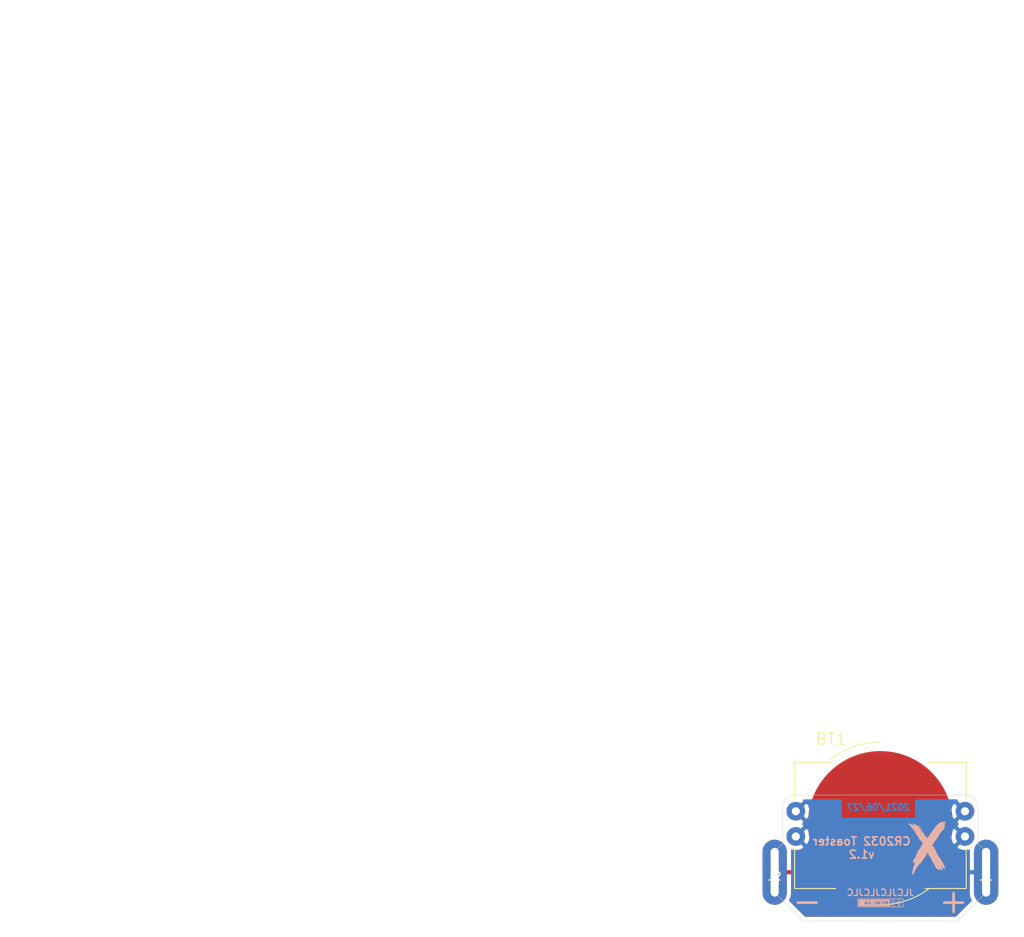
<source format=kicad_pcb>
(kicad_pcb (version 20171130) (host pcbnew "(5.1.6)-1")

  (general
    (thickness 1.6)
    (drawings 22)
    (tracks 7)
    (zones 0)
    (modules 6)
    (nets 3)
  )

  (page A4)
  (layers
    (0 F.Cu signal)
    (31 B.Cu signal)
    (32 B.Adhes user)
    (33 F.Adhes user)
    (34 B.Paste user)
    (35 F.Paste user)
    (36 B.SilkS user)
    (37 F.SilkS user)
    (38 B.Mask user)
    (39 F.Mask user)
    (40 Dwgs.User user)
    (41 Cmts.User user)
    (42 Eco1.User user)
    (43 Eco2.User user)
    (44 Edge.Cuts user)
    (45 Margin user)
    (46 B.CrtYd user)
    (47 F.CrtYd user)
    (48 B.Fab user)
    (49 F.Fab user)
  )

  (setup
    (last_trace_width 0.25)
    (user_trace_width 1)
    (user_trace_width 2)
    (user_trace_width 3)
    (user_trace_width 4)
    (user_trace_width 5)
    (trace_clearance 0.2)
    (zone_clearance 0.508)
    (zone_45_only no)
    (trace_min 0.2)
    (via_size 0.8)
    (via_drill 0.4)
    (via_min_size 0.4)
    (via_min_drill 0.3)
    (user_via 6.7 6.3)
    (uvia_size 0.3)
    (uvia_drill 0.1)
    (uvias_allowed no)
    (uvia_min_size 0.2)
    (uvia_min_drill 0.1)
    (edge_width 0.05)
    (segment_width 0.2)
    (pcb_text_width 0.3)
    (pcb_text_size 1.5 1.5)
    (mod_edge_width 0.12)
    (mod_text_size 1 1)
    (mod_text_width 0.15)
    (pad_size 4 9)
    (pad_drill 1)
    (pad_to_mask_clearance 0.05)
    (aux_axis_origin 0 0)
    (visible_elements 7FFFFFFF)
    (pcbplotparams
      (layerselection 0x010fc_ffffffff)
      (usegerberextensions true)
      (usegerberattributes false)
      (usegerberadvancedattributes false)
      (creategerberjobfile false)
      (excludeedgelayer true)
      (linewidth 0.100000)
      (plotframeref false)
      (viasonmask false)
      (mode 1)
      (useauxorigin false)
      (hpglpennumber 1)
      (hpglpenspeed 20)
      (hpglpendiameter 15.000000)
      (psnegative false)
      (psa4output false)
      (plotreference true)
      (plotvalue false)
      (plotinvisibletext false)
      (padsonsilk false)
      (subtractmaskfromsilk true)
      (outputformat 1)
      (mirror false)
      (drillshape 0)
      (scaleselection 1)
      (outputdirectory ""))
  )

  (net 0 "")
  (net 1 "Net-(BT1-PadP1)")
  (net 2 "Net-(BT1-PadN)")

  (net_class Default "This is the default net class."
    (clearance 0.2)
    (trace_width 0.25)
    (via_dia 0.8)
    (via_drill 0.4)
    (uvia_dia 0.3)
    (uvia_drill 0.1)
    (add_net "Net-(BT1-PadN)")
    (add_net "Net-(BT1-PadP1)")
  )

  (module "CR2032 Toaster:6mm PTS" (layer F.Cu) (tedit 60D230AB) (tstamp 60D3F839)
    (at 121 107)
    (path /60D3CFE2)
    (fp_text reference J1 (at 0 0.5) (layer F.SilkS)
      (effects (font (size 1 1) (thickness 0.15)))
    )
    (fp_text value Conn_01x01 (at 0 -0.5) (layer F.Fab)
      (effects (font (size 1 1) (thickness 0.15)))
    )
    (pad 1 thru_hole oval (at 0 0) (size 3 8) (drill oval 1 6) (layers *.Cu *.Mask)
      (net 1 "Net-(BT1-PadP1)"))
  )

  (module "CR2032 Toaster:6mm PTS" (layer F.Cu) (tedit 60D230AB) (tstamp 60D3E8BF)
    (at 95 107)
    (path /60D3B402)
    (fp_text reference J2 (at 0 0.5) (layer F.SilkS)
      (effects (font (size 1 1) (thickness 0.15)))
    )
    (fp_text value Conn_01x01 (at 0 -0.5) (layer F.Fab)
      (effects (font (size 1 1) (thickness 0.15)))
    )
    (pad 1 thru_hole oval (at 0 0) (size 3 8) (drill oval 1 6) (layers *.Cu *.Mask)
      (net 2 "Net-(BT1-PadN)"))
  )

  (module snapeda:BAT_BAT-HLD-001-THM (layer F.Cu) (tedit 60D3AE0E) (tstamp 60D38C32)
    (at 108 101)
    (path /60D38724)
    (fp_text reference BT1 (at -6.055 -10.389) (layer F.SilkS)
      (effects (font (size 1.4 1.4) (thickness 0.15)))
    )
    (fp_text value BAT-HLD-001-THM (at 6.391 10.389) (layer F.Fab)
      (effects (font (size 1.4 1.4) (thickness 0.15)))
    )
    (fp_line (start 11 3) (end 11 9.2) (layer F.CrtYd) (width 0.05))
    (fp_line (start 11.8 2.2) (end 11 3) (layer F.CrtYd) (width 0.05))
    (fp_line (start 11 -2.8) (end 11.8 -2) (layer F.CrtYd) (width 0.05))
    (fp_line (start 11 -9.2) (end 11 -2.8) (layer F.CrtYd) (width 0.05))
    (fp_line (start -11 -2.8) (end -11 -9.2) (layer F.CrtYd) (width 0.05))
    (fp_line (start -11.8 -2) (end -11 -2.8) (layer F.CrtYd) (width 0.05))
    (fp_line (start -11.8 2.2) (end -11 3) (layer F.CrtYd) (width 0.05))
    (fp_line (start -11 9.15) (end -11 3) (layer F.CrtYd) (width 0.05))
    (fp_line (start -10.55 -7.5) (end 10.55 -7.5) (layer F.Fab) (width 0.127))
    (fp_line (start 10.55 -7.5) (end 10.55 8) (layer F.Fab) (width 0.127))
    (fp_line (start 10.55 8) (end 5.5 8) (layer F.Fab) (width 0.127))
    (fp_line (start -5.5 8) (end -10.55 8) (layer F.Fab) (width 0.127))
    (fp_line (start -10.55 8) (end -10.55 -7.5) (layer F.Fab) (width 0.127))
    (fp_line (start -10.55 -2.97) (end -10.55 -7.5) (layer F.SilkS) (width 0.127))
    (fp_line (start -10.55 -7.5) (end -6 -7.5) (layer F.SilkS) (width 0.127))
    (fp_line (start 6 -7.5) (end 10.55 -7.5) (layer F.SilkS) (width 0.127))
    (fp_line (start 10.55 -7.5) (end 10.55 -2.97) (layer F.SilkS) (width 0.127))
    (fp_line (start -10.55 3.07) (end -10.55 8) (layer F.SilkS) (width 0.127))
    (fp_line (start -10.55 8) (end -5.5 8) (layer F.SilkS) (width 0.127))
    (fp_line (start 5.5 8) (end 10.55 8) (layer F.SilkS) (width 0.127))
    (fp_line (start 10.55 8) (end 10.55 3.07) (layer F.SilkS) (width 0.127))
    (fp_line (start -11 -9.2) (end 11 -9.2) (layer F.CrtYd) (width 0.05))
    (fp_line (start 11.8 -2) (end 11.8 2.2) (layer F.CrtYd) (width 0.05))
    (fp_line (start 11 9.15) (end -11 9.15) (layer F.CrtYd) (width 0.05))
    (fp_line (start -11.8 2.2) (end -11.8 -2) (layer F.CrtYd) (width 0.05))
    (fp_arc (start 0.07051 14.756402) (end -5.5 8) (angle 39.0435) (layer F.Fab) (width 0.127))
    (fp_arc (start -0.07051 14.756402) (end 0 6) (angle 39.0435) (layer F.Fab) (width 0.127))
    (pad P4 thru_hole circle (at 10.4 -1.5) (size 2.3 2.3) (drill 1) (layers *.Cu *.Mask)
      (net 1 "Net-(BT1-PadP1)"))
    (pad P3 thru_hole circle (at 10.4 1.6) (size 2.3 2.3) (drill 1) (layers *.Cu *.Mask)
      (net 1 "Net-(BT1-PadP1)"))
    (pad P2 thru_hole circle (at -10.4 1.6) (size 2.3 2.3) (drill 1) (layers *.Cu *.Mask)
      (net 1 "Net-(BT1-PadP1)"))
    (pad P1 thru_hole circle (at -10.4 -1.5) (size 2.3 2.3) (drill 1) (layers *.Cu *.Mask)
      (net 1 "Net-(BT1-PadP1)"))
    (pad N smd circle (at 0 0) (size 17.8 17.8) (layers F.Cu F.Mask)
      (net 2 "Net-(BT1-PadN)"))
  )

  (module "CR2032 Toaster:cc_by_nc_sa_small_front_silk_screen" (layer B.Cu) (tedit 0) (tstamp 60D3EA05)
    (at 108 110.75 180)
    (fp_text reference G*** (at 0 0) (layer B.SilkS) hide
      (effects (font (size 1.524 1.524) (thickness 0.3)) (justify mirror))
    )
    (fp_text value LOGO (at 0.75 0) (layer B.SilkS) hide
      (effects (font (size 1.524 1.524) (thickness 0.3)) (justify mirror))
    )
    (fp_poly (pts (xy 1.78571 0.058518) (xy 1.800092 0.027908) (xy 1.808112 0.007056) (xy 1.830947 -0.056444)
      (xy 1.723268 -0.056444) (xy 1.744905 0.007056) (xy 1.759356 0.04423) (xy 1.771682 0.067089)
      (xy 1.77591 0.070556) (xy 1.78571 0.058518)) (layer B.SilkS) (width 0.01))
    (fp_poly (pts (xy -0.784171 0.110579) (xy -0.779639 0.110213) (xy -0.74363 0.103994) (xy -0.728609 0.090516)
      (xy -0.726722 0.077611) (xy -0.732795 0.057904) (xy -0.755736 0.047994) (xy -0.779639 0.04501)
      (xy -0.814287 0.043993) (xy -0.829195 0.052125) (xy -0.832542 0.074446) (xy -0.832556 0.077611)
      (xy -0.829907 0.101607) (xy -0.816505 0.110916) (xy -0.784171 0.110579)) (layer B.SilkS) (width 0.01))
    (fp_poly (pts (xy -0.772705 -0.045049) (xy -0.731966 -0.051296) (xy -0.712231 -0.064535) (xy -0.707671 -0.076678)
      (xy -0.714418 -0.107258) (xy -0.742641 -0.130342) (xy -0.785704 -0.140914) (xy -0.79292 -0.141111)
      (xy -0.819444 -0.138132) (xy -0.830435 -0.123571) (xy -0.832556 -0.09091) (xy -0.832556 -0.04071)
      (xy -0.772705 -0.045049)) (layer B.SilkS) (width 0.01))
    (fp_poly (pts (xy -1.716853 0.135557) (xy -1.672992 0.121082) (xy -1.644128 0.100972) (xy -1.636889 0.084363)
      (xy -1.647901 0.068489) (xy -1.666285 0.055817) (xy -1.695245 0.047949) (xy -1.720313 0.062376)
      (xy -1.757249 0.082772) (xy -1.791168 0.075208) (xy -1.812478 0.053305) (xy -1.83115 0.008601)
      (xy -1.831416 -0.0382) (xy -1.813295 -0.07555) (xy -1.81227 -0.076603) (xy -1.777606 -0.095478)
      (xy -1.738353 -0.095849) (xy -1.707691 -0.077907) (xy -1.685724 -0.064601) (xy -1.66363 -0.071348)
      (xy -1.640787 -0.089858) (xy -1.643108 -0.109768) (xy -1.671414 -0.134083) (xy -1.68275 -0.141265)
      (xy -1.740348 -0.165029) (xy -1.79904 -0.163819) (xy -1.843917 -0.148762) (xy -1.885578 -0.122412)
      (xy -1.909384 -0.084151) (xy -1.918662 -0.027699) (xy -1.919111 -0.006897) (xy -1.915161 0.040665)
      (xy -1.899616 0.075005) (xy -1.877864 0.099864) (xy -1.845553 0.126555) (xy -1.811002 0.138588)
      (xy -1.768114 0.141112) (xy -1.716853 0.135557)) (layer B.SilkS) (width 0.01))
    (fp_poly (pts (xy -2.03605 0.135805) (xy -1.991023 0.122071) (xy -1.958834 0.103185) (xy -1.947334 0.083541)
      (xy -1.958323 0.068327) (xy -1.97673 0.055817) (xy -2.005689 0.047949) (xy -2.030757 0.062376)
      (xy -2.06726 0.081111) (xy -2.102051 0.075511) (xy -2.129488 0.049184) (xy -2.143932 0.005743)
      (xy -2.144889 -0.010686) (xy -2.13442 -0.056776) (xy -2.107532 -0.087403) (xy -2.071003 -0.098986)
      (xy -2.031609 -0.087943) (xy -2.018014 -0.077724) (xy -1.995672 -0.064129) (xy -1.973015 -0.072647)
      (xy -1.968886 -0.075583) (xy -1.951975 -0.098308) (xy -1.963032 -0.121477) (xy -2.002168 -0.145281)
      (xy -2.012103 -0.149606) (xy -2.062742 -0.165852) (xy -2.106401 -0.165109) (xy -2.156001 -0.148073)
      (xy -2.201053 -0.114627) (xy -2.22852 -0.065681) (xy -2.237393 -0.008574) (xy -2.22666 0.049353)
      (xy -2.195314 0.100757) (xy -2.190865 0.105398) (xy -2.160303 0.128918) (xy -2.123321 0.139348)
      (xy -2.086024 0.141111) (xy -2.03605 0.135805)) (layer B.SilkS) (width 0.01))
    (fp_poly (pts (xy 2.681111 -0.409222) (xy 0.712611 -0.409222) (xy 0.479331 -0.409176) (xy 0.253923 -0.409041)
      (xy 0.037985 -0.408822) (xy -0.166883 -0.408526) (xy -0.359081 -0.408156) (xy -0.537009 -0.40772)
      (xy -0.699069 -0.407221) (xy -0.843661 -0.406665) (xy -0.969185 -0.406058) (xy -1.074041 -0.405405)
      (xy -1.15663 -0.40471) (xy -1.215353 -0.403981) (xy -1.24861 -0.403221) (xy -1.255889 -0.402656)
      (xy -1.248937 -0.388124) (xy -1.23098 -0.357438) (xy -1.21305 -0.328573) (xy -1.153503 -0.21152)
      (xy -1.122091 -0.09239) (xy -1.118816 0.028842) (xy -1.143678 0.152198) (xy -1.156872 0.183445)
      (xy -0.945445 0.183445) (xy -0.945445 -0.211666) (xy -0.832103 -0.211666) (xy -0.765412 -0.208916)
      (xy -0.707556 -0.201498) (xy -0.670961 -0.191694) (xy -0.623025 -0.160445) (xy -0.597251 -0.119336)
      (xy -0.595198 -0.074001) (xy -0.618429 -0.030075) (xy -0.624417 -0.023732) (xy -0.645152 -0.000728)
      (xy -0.646463 0.014636) (xy -0.631472 0.032071) (xy -0.60933 0.070063) (xy -0.614586 0.111567)
      (xy -0.641414 0.148808) (xy -0.659884 0.165044) (xy -0.680379 0.175237) (xy -0.683708 0.175866)
      (xy -0.592667 0.175866) (xy -0.585089 0.161669) (xy -0.564852 0.130239) (xy -0.535699 0.08731)
      (xy -0.522111 0.06782) (xy -0.487341 0.016674) (xy -0.466312 -0.020747) (xy -0.455626 -0.053139)
      (xy -0.451885 -0.089199) (xy -0.451556 -0.11275) (xy -0.450016 -0.158067) (xy -0.446043 -0.191135)
      (xy -0.442148 -0.202259) (xy -0.422783 -0.208716) (xy -0.388498 -0.21165) (xy -0.385704 -0.211666)
      (xy -0.338667 -0.211666) (xy -0.338667 -0.130152) (xy -0.337489 -0.090347) (xy -0.331862 -0.058329)
      (xy -0.32817 -0.049389) (xy -0.239889 -0.049389) (xy -0.238281 -0.068352) (xy -0.229205 -0.078915)
      (xy -0.206286 -0.083529) (xy -0.163147 -0.084646) (xy -0.148167 -0.084666) (xy -0.098861 -0.084048)
      (xy -0.071398 -0.080557) (xy -0.059402 -0.071742) (xy -0.056498 -0.05515) (xy -0.056445 -0.049389)
      (xy -0.058053 -0.030425) (xy -0.067129 -0.019862) (xy -0.090048 -0.015248) (xy -0.133187 -0.014131)
      (xy -0.148167 -0.014111) (xy -0.197473 -0.014729) (xy -0.224936 -0.01822) (xy -0.236931 -0.027035)
      (xy -0.239836 -0.043627) (xy -0.239889 -0.049389) (xy -0.32817 -0.049389) (xy -0.318647 -0.026333)
      (xy -0.294706 0.013405) (xy -0.260229 0.063875) (xy -0.181792 0.176389) (xy -0.235359 0.180969)
      (xy -0.270987 0.180098) (xy -0.300372 0.167566) (xy -0.329636 0.138948) (xy -0.3649 0.089823)
      (xy -0.367973 0.085166) (xy -0.390223 0.05131) (xy -0.435678 0.117377) (xy -0.463957 0.15555)
      (xy -0.486931 0.175327) (xy -0.513648 0.182611) (xy -0.5369 0.183445) (xy 0.028222 0.183445)
      (xy 0.028222 -0.211666) (xy 0.125978 -0.211666) (xy 0.130017 -0.075585) (xy 0.134055 0.060495)
      (xy 0.209156 -0.075585) (xy 0.284256 -0.211666) (xy 0.409222 -0.211666) (xy 1.552634 -0.211666)
      (xy 1.609222 -0.211666) (xy 1.648014 -0.208605) (xy 1.668904 -0.196073) (xy 1.679222 -0.176389)
      (xy 1.689295 -0.156706) (xy 1.705545 -0.146107) (xy 1.735701 -0.141833) (xy 1.778 -0.141111)
      (xy 1.826035 -0.142181) (xy 1.853602 -0.147231) (xy 1.868427 -0.159022) (xy 1.876778 -0.176389)
      (xy 1.892395 -0.201299) (xy 1.919981 -0.210829) (xy 1.939928 -0.211666) (xy 1.972713 -0.208289)
      (xy 1.989203 -0.199979) (xy 1.989666 -0.198135) (xy 1.984706 -0.180738) (xy 1.971091 -0.142308)
      (xy 1.950722 -0.087986) (xy 1.925497 -0.022915) (xy 1.916678 -0.000579) (xy 1.843689 0.183445)
      (xy 1.710406 0.183445) (xy 1.658051 0.052917) (xy 1.632016 -0.012084) (xy 1.606632 -0.075617)
      (xy 1.585923 -0.127605) (xy 1.579165 -0.144639) (xy 1.552634 -0.211666) (xy 0.409222 -0.211666)
      (xy 0.409222 -0.005151) (xy 0.491537 -0.005151) (xy 0.503231 -0.08071) (xy 0.536851 -0.142113)
      (xy 0.590204 -0.185432) (xy 0.593146 -0.18695) (xy 0.640071 -0.202251) (xy 0.698824 -0.210275)
      (xy 0.758004 -0.210512) (xy 0.806209 -0.202453) (xy 0.819372 -0.197059) (xy 0.841574 -0.171188)
      (xy 0.846666 -0.146719) (xy 0.843278 -0.12162) (xy 0.827853 -0.118426) (xy 0.814916 -0.122521)
      (xy 0.780638 -0.129752) (xy 0.7346 -0.133484) (xy 0.721607 -0.133634) (xy 0.664772 -0.123538)
      (xy 0.627557 -0.093584) (xy 0.611521 -0.049389) (xy 0.931333 -0.049389) (xy 0.933126 -0.06894)
      (xy 0.942922 -0.079496) (xy 0.967348 -0.083817) (xy 1.013032 -0.084665) (xy 1.016 -0.084666)
      (xy 1.062923 -0.083919) (xy 1.088257 -0.079838) (xy 1.098628 -0.06966) (xy 1.100665 -0.050625)
      (xy 1.100666 -0.049389) (xy 1.098874 -0.029837) (xy 1.089078 -0.019281) (xy 1.064651 -0.01496)
      (xy 1.018967 -0.014112) (xy 1.016 -0.014111) (xy 0.969076 -0.014858) (xy 0.943742 -0.018939)
      (xy 0.933371 -0.029117) (xy 0.931335 -0.048152) (xy 0.931333 -0.049389) (xy 0.611521 -0.049389)
      (xy 0.609166 -0.042901) (xy 0.606778 -0.008153) (xy 0.615963 0.051575) (xy 0.625008 0.064084)
      (xy 1.180256 0.064084) (xy 1.19394 0.015325) (xy 1.215711 -0.010045) (xy 1.239566 -0.022246)
      (xy 1.280412 -0.036616) (xy 1.312407 -0.045617) (xy 1.363929 -0.062382) (xy 1.390235 -0.080774)
      (xy 1.394836 -0.090906) (xy 1.389389 -0.119749) (xy 1.3624 -0.136103) (xy 1.318012 -0.139174)
      (xy 1.260368 -0.128164) (xy 1.23825 -0.120988) (xy 1.185333 -0.102103) (xy 1.185333 -0.148848)
      (xy 1.187391 -0.174768) (xy 1.196912 -0.191689) (xy 1.21892 -0.201714) (xy 1.258438 -0.206948)
      (xy 1.320487 -0.209496) (xy 1.330673 -0.209745) (xy 1.389326 -0.206901) (xy 1.438039 -0.196876)
      (xy 1.452435 -0.191022) (xy 1.488343 -0.165018) (xy 1.505854 -0.12929) (xy 1.509889 -0.083512)
      (xy 1.499449 -0.038942) (xy 1.466928 -0.003748) (xy 1.410522 0.023284) (xy 1.32843 0.04337)
      (xy 1.319389 0.044935) (xy 1.294171 0.062003) (xy 1.286397 0.083268) (xy 1.285093 0.10062)
      (xy 1.291241 0.110112) (xy 1.310639 0.113354) (xy 1.349086 0.111954) (xy 1.381647 0.109703)
      (xy 1.481666 0.102546) (xy 1.481666 0.14198) (xy 1.479681 0.164627) (xy 1.469191 0.177713)
      (xy 1.443393 0.185482) (xy 1.402624 0.19129) (xy 1.316708 0.194126) (xy 1.251167 0.17883)
      (xy 1.206678 0.145631) (xy 1.191388 0.119726) (xy 1.180256 0.064084) (xy 0.625008 0.064084)
      (xy 0.644224 0.090656) (xy 0.692616 0.110143) (xy 0.728199 0.112889) (xy 0.773725 0.109722)
      (xy 0.810951 0.101787) (xy 0.819372 0.098282) (xy 0.83853 0.091453) (xy 0.845754 0.103485)
      (xy 0.846666 0.12541) (xy 0.842341 0.154902) (xy 0.824101 0.172643) (xy 0.795604 0.183997)
      (xy 0.718933 0.197216) (xy 0.646407 0.187883) (xy 0.58273 0.158925) (xy 0.532608 0.11327)
      (xy 0.500747 0.053845) (xy 0.491537 -0.005151) (xy 0.409222 -0.005151) (xy 0.409222 0.183445)
      (xy 0.296333 0.183445) (xy 0.295989 0.059973) (xy 0.295644 -0.0635) (xy 0.224294 0.059973)
      (xy 0.152945 0.183445) (xy 0.028222 0.183445) (xy -0.5369 0.183445) (xy -0.572011 0.181743)
      (xy -0.591356 0.177498) (xy -0.592667 0.175866) (xy -0.683708 0.175866) (xy -0.709687 0.180774)
      (xy -0.754594 0.183046) (xy -0.810748 0.183445) (xy -0.945445 0.183445) (xy -1.156872 0.183445)
      (xy -1.196676 0.277703) (xy -1.227073 0.33065) (xy -1.258191 0.381) (xy 2.681111 0.381)
      (xy 2.681111 -0.409222)) (layer B.SilkS) (width 0.01))
    (fp_poly (pts (xy -1.611877 0.379992) (xy -1.579535 0.375276) (xy -1.555899 0.362352) (xy -1.531214 0.337281)
      (xy -1.518112 0.322095) (xy -1.461997 0.246594) (xy -1.425896 0.171005) (xy -1.406062 0.085586)
      (xy -1.399834 0.014314) (xy -1.4032 -0.096128) (xy -1.425901 -0.190701) (xy -1.470163 -0.275982)
      (xy -1.519011 -0.337984) (xy -1.58306 -0.409222) (xy -1.769415 -0.409222) (xy -1.70668 -0.369258)
      (xy -1.639239 -0.317442) (xy -1.578136 -0.25443) (xy -1.531338 -0.189013) (xy -1.516178 -0.159064)
      (xy -1.497502 -0.087996) (xy -1.492921 -0.004289) (xy -1.502184 0.080397) (xy -1.522892 0.149562)
      (xy -1.56174 0.216132) (xy -1.617193 0.281688) (xy -1.679829 0.335998) (xy -1.7145 0.357668)
      (xy -1.756834 0.37987) (xy -1.662683 0.380435) (xy -1.611877 0.379992)) (layer B.SilkS) (width 0.01))
    (fp_poly (pts (xy -2.174154 0.341039) (xy -2.261023 0.271254) (xy -2.323501 0.188089) (xy -2.360862 0.092818)
      (xy -2.372431 -0.006418) (xy -2.358935 -0.110981) (xy -2.319877 -0.206767) (xy -2.257397 -0.290374)
      (xy -2.173639 -0.358401) (xy -2.137834 -0.378864) (xy -2.081389 -0.407975) (xy -2.179058 -0.408598)
      (xy -2.231019 -0.408224) (xy -2.26473 -0.403699) (xy -2.290161 -0.391153) (xy -2.317281 -0.366717)
      (xy -2.335506 -0.347876) (xy -2.391708 -0.281905) (xy -2.429377 -0.217339) (xy -2.451526 -0.146079)
      (xy -2.461167 -0.060023) (xy -2.462237 -0.007055) (xy -2.461341 0.061063) (xy -2.457833 0.109368)
      (xy -2.450224 0.146246) (xy -2.437025 0.180083) (xy -2.424639 0.204611) (xy -2.392851 0.256796)
      (xy -2.355116 0.308361) (xy -2.338221 0.328084) (xy -2.309397 0.357184) (xy -2.284555 0.373031)
      (xy -2.253238 0.379632) (xy -2.204988 0.380997) (xy -2.200196 0.381) (xy -2.111142 0.381)
      (xy -2.174154 0.341039)) (layer B.SilkS) (width 0.01))
    (fp_poly (pts (xy 2.822222 -0.536222) (xy -2.822222 -0.536222) (xy -2.822222 0.451556) (xy -2.751667 0.451556)
      (xy -2.751667 -0.465666) (xy 2.751666 -0.465666) (xy 2.751666 0.451556) (xy -2.751667 0.451556)
      (xy -2.822222 0.451556) (xy -2.822222 0.522111) (xy 2.822222 0.522111) (xy 2.822222 -0.536222)) (layer B.SilkS) (width 0.01))
  )

  (module logos:logo_7 (layer F.Cu) (tedit 60C2BBD9) (tstamp 60C47F20)
    (at 113.75 103)
    (fp_text reference G*** (at 1 0 -180) (layer B.SilkS) hide
      (effects (font (size 1.524 1.524) (thickness 0.3)) (justify mirror))
    )
    (fp_text value LOGO (at 0.75 1) (layer B.SilkS) hide
      (effects (font (size 1.524 1.524) (thickness 0.3)) (justify mirror))
    )
    (fp_poly (pts (xy 2.271817 -2.255016) (xy 2.241589 -2.245307) (xy 2.228288 -2.239731) (xy 2.186547 -2.225679)
      (xy 2.13399 -2.213973) (xy 2.101729 -2.20936) (xy 2.048452 -2.201361) (xy 1.995483 -2.189553)
      (xy 1.969957 -2.181864) (xy 1.920325 -2.170453) (xy 1.852659 -2.163755) (xy 1.798139 -2.1623)
      (xy 1.746274 -2.16141) (xy 1.702582 -2.157411) (xy 1.663359 -2.148314) (xy 1.624902 -2.132127)
      (xy 1.583507 -2.10686) (xy 1.53547 -2.070522) (xy 1.477088 -2.021124) (xy 1.404657 -1.956674)
      (xy 1.388573 -1.942177) (xy 1.349843 -1.909505) (xy 1.316791 -1.885761) (xy 1.294675 -1.874561)
      (xy 1.290055 -1.874408) (xy 1.272959 -1.869543) (xy 1.244843 -1.85058) (xy 1.216192 -1.82568)
      (xy 1.191928 -1.801831) (xy 1.168427 -1.7771) (xy 1.144112 -1.749345) (xy 1.117407 -1.716429)
      (xy 1.086734 -1.676212) (xy 1.050517 -1.626556) (xy 1.007178 -1.56532) (xy 0.955142 -1.490366)
      (xy 0.89283 -1.399556) (xy 0.818666 -1.290749) (xy 0.780908 -1.2352) (xy 0.719778 -1.145557)
      (xy 0.670398 -1.074136) (xy 0.630506 -1.017975) (xy 0.59784 -0.974113) (xy 0.570135 -0.939588)
      (xy 0.545129 -0.911438) (xy 0.52056 -0.886701) (xy 0.500314 -0.867935) (xy 0.462649 -0.828713)
      (xy 0.421217 -0.777548) (xy 0.384362 -0.724823) (xy 0.381 -0.719463) (xy 0.349078 -0.668897)
      (xy 0.308854 -0.606653) (xy 0.266367 -0.542018) (xy 0.239996 -0.502528) (xy 0.203728 -0.447719)
      (xy 0.170091 -0.395232) (xy 0.143248 -0.351661) (xy 0.129199 -0.32715) (xy 0.097103 -0.275293)
      (xy 0.062318 -0.233139) (xy 0.030139 -0.206845) (xy 0.022769 -0.203335) (xy 0.004718 -0.205367)
      (xy -0.013105 -0.22835) (xy -0.019328 -0.240631) (xy -0.037262 -0.269462) (xy -0.067913 -0.309964)
      (xy -0.106216 -0.355666) (xy -0.12995 -0.382013) (xy -0.220138 -0.482352) (xy -0.293519 -0.571074)
      (xy -0.353308 -0.652194) (xy -0.356306 -0.656765) (xy -1.198324 -0.656765) (xy -1.199256 -0.651)
      (xy -1.209456 -0.660736) (xy -1.2192 -0.6764) (xy -1.221843 -0.68275) (xy -1.2573 -0.68275)
      (xy -1.26365 -0.6764) (xy -1.27 -0.68275) (xy -1.26365 -0.6891) (xy -1.2573 -0.68275)
      (xy -1.221843 -0.68275) (xy -1.227375 -0.696036) (xy -1.226443 -0.7018) (xy -1.216243 -0.692065)
      (xy -1.2065 -0.6764) (xy -1.198324 -0.656765) (xy -0.356306 -0.656765) (xy -0.385221 -0.700848)
      (xy -0.403588 -0.729136) (xy -1.24498 -0.729136) (xy -1.247162 -0.731953) (xy -1.264821 -0.755669)
      (xy -1.277388 -0.77165) (xy -1.3081 -0.77165) (xy -1.31445 -0.7653) (xy -1.3208 -0.77165)
      (xy -1.31445 -0.778) (xy -1.3081 -0.77165) (xy -1.277388 -0.77165) (xy -1.291062 -0.789038)
      (xy -1.297549 -0.79705) (xy -1.3208 -0.79705) (xy -1.32715 -0.7907) (xy -1.3335 -0.79705)
      (xy -1.32715 -0.8034) (xy -1.3208 -0.79705) (xy -1.297549 -0.79705) (xy -1.30547 -0.806833)
      (xy -1.327596 -0.83515) (xy -1.3462 -0.83515) (xy -1.35255 -0.8288) (xy -1.3589 -0.83515)
      (xy -1.35255 -0.8415) (xy -1.3462 -0.83515) (xy -1.327596 -0.83515) (xy -1.332323 -0.841199)
      (xy -1.353555 -0.871121) (xy -1.354855 -0.87325) (xy -1.3716 -0.87325) (xy -1.37795 -0.8669)
      (xy -1.3843 -0.87325) (xy -1.37795 -0.8796) (xy -1.3716 -0.87325) (xy -1.354855 -0.87325)
      (xy -1.360083 -0.881811) (xy -1.375689 -0.897344) (xy -1.386899 -0.897044) (xy -1.394914 -0.896188)
      (xy -1.393821 -0.89865) (xy -1.4097 -0.89865) (xy -1.41605 -0.8923) (xy -1.4224 -0.89865)
      (xy -1.41605 -0.905) (xy -1.4097 -0.89865) (xy -1.393821 -0.89865) (xy -1.391897 -0.902982)
      (xy -1.393886 -0.920833) (xy -1.40547 -0.93675) (xy -1.4097 -0.93675) (xy -1.41605 -0.9304)
      (xy -1.4224 -0.93675) (xy -1.4351 -0.93675) (xy -1.44145 -0.9304) (xy -1.4478 -0.93675)
      (xy -1.44145 -0.9431) (xy -1.4351 -0.93675) (xy -1.4224 -0.93675) (xy -1.41605 -0.9431)
      (xy -1.4097 -0.93675) (xy -1.40547 -0.93675) (xy -1.41108 -0.944458) (xy -1.412882 -0.946219)
      (xy -1.437445 -0.973109) (xy -1.43884 -0.97485) (xy -1.4605 -0.97485) (xy -1.46685 -0.9685)
      (xy -1.4732 -0.97485) (xy -1.46685 -0.9812) (xy -1.4605 -0.97485) (xy -1.43884 -0.97485)
      (xy -1.467614 -1.010741) (xy -1.485311 -1.034773) (xy -1.510491 -1.06596) (xy -1.531593 -1.084362)
      (xy -1.541738 -1.086712) (xy -1.549418 -1.084943) (xy -1.546976 -1.088479) (xy -1.548868 -1.103119)
      (xy -1.564785 -1.126694) (xy -1.569201 -1.131661) (xy -1.589805 -1.156528) (xy -1.599972 -1.173992)
      (xy -1.6002 -1.175495) (xy -1.6082 -1.180147) (xy -1.613214 -1.177856) (xy -1.624061 -1.176799)
      (xy -1.62441 -1.180282) (xy -1.624026 -1.206142) (xy -1.631607 -1.218171) (xy -1.636888 -1.217023)
      (xy -1.648255 -1.223561) (xy -1.668133 -1.246562) (xy -1.692662 -1.280304) (xy -1.71798 -1.319066)
      (xy -1.740226 -1.357127) (xy -1.75554 -1.388767) (xy -1.758561 -1.39731) (xy -1.768146 -1.417349)
      (xy -1.775739 -1.420754) (xy -1.782921 -1.427169) (xy -1.786123 -1.44504) (xy -1.784609 -1.453485)
      (xy -1.777648 -1.453059) (xy -1.763834 -1.442199) (xy -1.741762 -1.419343) (xy -1.710024 -1.382931)
      (xy -1.667215 -1.331398) (xy -1.611929 -1.263185) (xy -1.54276 -1.176727) (xy -1.528642 -1.159)
      (xy -1.466034 -1.079727) (xy -1.416646 -1.015432) (xy -1.377374 -0.961638) (xy -1.345111 -0.913864)
      (xy -1.316754 -0.867632) (xy -1.289197 -0.818461) (xy -1.277747 -0.79705) (xy -1.258194 -0.759318)
      (xy -1.246713 -0.735492) (xy -1.24498 -0.729136) (xy -0.403588 -0.729136) (xy -0.417882 -0.75115)
      (xy -0.453397 -0.80282) (xy -0.478917 -0.837782) (xy -0.508752 -0.880557) (xy -0.535236 -0.924673)
      (xy -0.545853 -0.94571) (xy -0.561117 -0.975346) (xy -0.572535 -0.98405) (xy -0.582117 -0.977359)
      (xy -0.589216 -0.95747) (xy -0.578038 -0.935709) (xy -0.561622 -0.909555) (xy -0.564445 -0.89738)
      (xy -0.5842 -0.895792) (xy -0.604876 -0.902416) (xy -0.609599 -0.909741) (xy -0.616841 -0.925321)
      (xy -0.636123 -0.955811) (xy -0.663783 -0.996161) (xy -0.696159 -1.041317) (xy -0.729588 -1.086226)
      (xy -0.760406 -1.125837) (xy -0.784953 -1.155096) (xy -0.794893 -1.16535) (xy -0.817944 -1.192684)
      (xy -0.842273 -1.230663) (xy -0.84959 -1.244372) (xy -0.875836 -1.289069) (xy -0.907228 -1.332666)
      (xy -0.914519 -1.341347) (xy -0.944081 -1.381263) (xy -0.968988 -1.42508) (xy -0.972856 -1.433775)
      (xy -0.990706 -1.470861) (xy -1.009264 -1.500629) (xy -1.012883 -1.505075) (xy -1.023821 -1.52193)
      (xy -1.021143 -1.527495) (xy -1.018391 -1.53287) (xy -1.023188 -1.53702) (xy -1.037396 -1.552103)
      (xy -1.059792 -1.581179) (xy -1.077773 -1.606675) (xy -1.080221 -1.60985) (xy -1.8669 -1.60985)
      (xy -1.87325 -1.6035) (xy -1.8796 -1.60985) (xy -1.87325 -1.6162) (xy -1.8669 -1.60985)
      (xy -1.080221 -1.60985) (xy -1.099811 -1.63525) (xy -1.8796 -1.63525) (xy -1.88595 -1.6289)
      (xy -1.8923 -1.63525) (xy -1.88595 -1.6416) (xy -1.8796 -1.63525) (xy -1.099811 -1.63525)
      (xy -1.103121 -1.639541) (xy -1.125741 -1.661451) (xy -1.13719 -1.667) (xy -1.153947 -1.675612)
      (xy -1.182711 -1.698571) (xy -1.218256 -1.73156) (xy -1.23183 -1.745187) (xy -1.272413 -1.789182)
      (xy -1.296528 -1.82216) (xy -1.307442 -1.849096) (xy -1.308992 -1.862662) (xy -1.312828 -1.899714)
      (xy -1.319673 -1.926996) (xy -1.327154 -1.942144) (xy -1.332187 -1.935512) (xy -1.335984 -1.917914)
      (xy -1.337868 -1.891819) (xy -1.333474 -1.880169) (xy -1.325629 -1.866539) (xy -1.317361 -1.837167)
      (xy -1.315459 -1.827672) (xy -1.306478 -1.778794) (xy -1.361264 -1.787711) (xy -1.441213 -1.809555)
      (xy -1.508939 -1.849241) (xy -1.543127 -1.879129) (xy -1.585915 -1.91275) (xy -1.637012 -1.935861)
      (xy -1.703637 -1.9514) (xy -1.730375 -1.955383) (xy -1.764933 -1.956015) (xy -1.777475 -1.946578)
      (xy -1.767001 -1.928269) (xy -1.759089 -1.921117) (xy -1.746904 -1.902606) (xy -1.748016 -1.892742)
      (xy -1.746143 -1.876193) (xy -1.73912 -1.869718) (xy -1.724877 -1.850193) (xy -1.717899 -1.825877)
      (xy -1.710064 -1.796434) (xy -1.694397 -1.754707) (xy -1.679127 -1.720165) (xy -1.656288 -1.671713)
      (xy -1.644367 -1.644389) (xy -1.643345 -1.636393) (xy -1.653204 -1.645927) (xy -1.673923 -1.671194)
      (xy -1.67867 -1.677107) (xy -1.734811 -1.739269) (xy -1.796272 -1.794171) (xy -1.85836 -1.838537)
      (xy -1.916379 -1.869087) (xy -1.965637 -1.882546) (xy -1.973405 -1.8829) (xy -2.001288 -1.891618)
      (xy -2.039922 -1.915271) (xy -2.070685 -1.939374) (xy -2.139899 -1.992228) (xy -2.197753 -2.022998)
      (xy -2.24397 -2.031551) (xy -2.255389 -2.029799) (xy -2.274835 -2.023238) (xy -2.279619 -2.011889)
      (xy -2.271681 -1.987602) (xy -2.267719 -1.978033) (xy -2.241014 -1.925395) (xy -2.19965 -1.860934)
      (xy -2.142575 -1.783199) (xy -2.068739 -1.690741) (xy -2.000383 -1.609284) (xy -1.963111 -1.564928)
      (xy -1.929355 -1.52357) (xy -1.904617 -1.491994) (xy -1.89865 -1.483863) (xy -1.871678 -1.447048)
      (xy -1.846669 -1.414579) (xy -1.830001 -1.391474) (xy -1.803346 -1.352019) (xy -1.770154 -1.301419)
      (xy -1.733875 -1.244879) (xy -1.727744 -1.2352) (xy -1.691197 -1.178829) (xy -1.645965 -1.111325)
      (xy -1.594054 -1.035484) (xy -1.537472 -0.954101) (xy -1.478229 -0.86997) (xy -1.418331 -0.785887)
      (xy -1.359788 -0.704648) (xy -1.304606 -0.629046) (xy -1.254794 -0.561877) (xy -1.21236 -0.505937)
      (xy -1.179313 -0.46402) (xy -1.157659 -0.438922) (xy -1.151919 -0.433681) (xy -1.140692 -0.416983)
      (xy -1.140393 -0.414631) (xy -1.135582 -0.392902) (xy -1.12137 -0.360043) (xy -1.096074 -0.312587)
      (xy -1.064081 -0.2573) (xy -1.030849 -0.199183) (xy -0.996194 -0.135536) (xy -0.967205 -0.079401)
      (xy -0.965311 -0.075561) (xy -0.933464 -0.018114) (xy -0.903736 0.021363) (xy -0.878111 0.040663)
      (xy -0.86153 0.03987) (xy -0.851332 0.041342) (xy -0.8509 0.044125) (xy -0.842625 0.057081)
      (xy -0.82013 0.084201) (xy -0.786904 0.121446) (xy -0.748749 0.16235) (xy -0.682812 0.231648)
      (xy -0.632451 0.28496) (xy -0.595874 0.324833) (xy -0.571289 0.353814) (xy -0.556904 0.374451)
      (xy -0.550927 0.389292) (xy -0.551567 0.400885) (xy -0.557032 0.411777) (xy -0.56497 0.423657)
      (xy -0.579174 0.453529) (xy -0.575877 0.480556) (xy -0.572822 0.487819) (xy -0.562999 0.510157)
      (xy -0.56136 0.525331) (xy -0.570398 0.541728) (xy -0.592605 0.567734) (xy -0.598606 0.574552)
      (xy -0.619117 0.602597) (xy -0.647481 0.647734) (xy -0.680306 0.704278) (xy -0.714206 0.766542)
      (xy -0.722431 0.782296) (xy -0.755509 0.846088) (xy -0.787161 0.906865) (xy -0.814228 0.95858)
      (xy -0.833551 0.995184) (xy -0.836619 1.000926) (xy -0.869328 1.056926) (xy -0.903408 1.106948)
      (xy -0.935392 1.146596) (xy -0.96181 1.171475) (xy -0.976155 1.1778) (xy -1.013717 1.189435)
      (xy -1.044424 1.220091) (xy -1.06175 1.262814) (xy -1.069945 1.287897) (xy -1.08786 1.331436)
      (xy -1.11363 1.389277) (xy -1.145392 1.45727) (xy -1.181283 1.531263) (xy -1.191262 1.551374)
      (xy -1.238709 1.648423) (xy -1.274264 1.725626) (xy -1.298812 1.785087) (xy -1.313235 1.828915)
      (xy -1.318048 1.853842) (xy -1.325083 1.892653) (xy -1.336017 1.921445) (xy -1.341443 1.928422)
      (xy -1.356605 1.948591) (xy -1.3589 1.957903) (xy -1.365828 1.976409) (xy -1.383412 2.006357)
      (xy -1.394787 2.023023) (xy -1.422191 2.067733) (xy -1.446979 2.118427) (xy -1.452842 2.133094)
      (xy -1.47779 2.186966) (xy -1.514653 2.250124) (xy -1.557737 2.313548) (xy -1.60099 2.367812)
      (xy -1.651408 2.428527) (xy -1.685456 2.480467) (xy -1.706607 2.53071) (xy -1.718336 2.586335)
      (xy -1.721279 2.6129) (xy -1.7261 2.65994) (xy -1.730954 2.696711) (xy -1.734897 2.716219)
      (xy -1.73536 2.717239) (xy -1.734305 2.736687) (xy -1.720286 2.76686) (xy -1.698089 2.800312)
      (xy -1.672501 2.8296) (xy -1.653424 2.844675) (xy -1.616423 2.862937) (xy -1.595448 2.864052)
      (xy -1.587706 2.84793) (xy -1.5875 2.842558) (xy -1.582467 2.820326) (xy -1.576346 2.813983)
      (xy -1.563115 2.801771) (xy -1.54212 2.775536) (xy -1.530279 2.75895) (xy -1.509793 2.729793)
      (xy -1.500787 2.720391) (xy -1.500563 2.729426) (xy -1.504239 2.74625) (xy -1.510846 2.779241)
      (xy -1.518965 2.826089) (xy -1.52536 2.8669) (xy -1.539742 2.960897) (xy -1.551855 3.033037)
      (xy -1.562362 3.086693) (xy -1.571924 3.125238) (xy -1.581205 3.152044) (xy -1.581463 3.15265)
      (xy -1.59585 3.191379) (xy -1.605219 3.224157) (xy -1.620294 3.252633) (xy -1.638668 3.264376)
      (xy -1.657174 3.275148) (xy -1.657897 3.298041) (xy -1.656828 3.302608) (xy -1.655612 3.329496)
      (xy -1.66267 3.342514) (xy -1.674123 3.360972) (xy -1.6764 3.37628) (xy -1.682132 3.405032)
      (xy -1.695969 3.439397) (xy -1.696418 3.440272) (xy -1.708016 3.464171) (xy -1.716722 3.487604)
      (xy -1.724329 3.517316) (xy -1.73263 3.560056) (xy -1.740848 3.607404) (xy -1.751308 3.657779)
      (xy -1.764346 3.705967) (xy -1.771944 3.728054) (xy -1.794005 3.791339) (xy -1.812606 3.858982)
      (xy -1.826994 3.926144) (xy -1.836412 3.987987) (xy -1.840105 4.039669) (xy -1.837319 4.076352)
      (xy -1.8288 4.09245) (xy -1.820142 4.109372) (xy -1.816133 4.14002) (xy -1.8161 4.143155)
      (xy -1.813233 4.172983) (xy -1.800436 4.18612) (xy -1.781175 4.190031) (xy -1.74625 4.19405)
      (xy -1.750564 4.286125) (xy -1.751869 4.330773) (xy -1.751325 4.363491) (xy -1.749062 4.377983)
      (xy -1.748644 4.3782) (xy -1.73895 4.368341) (xy -1.722208 4.343664) (xy -1.715754 4.333024)
      (xy -1.698789 4.300977) (xy -1.689359 4.276795) (xy -1.688703 4.272699) (xy -1.682206 4.25347)
      (xy -1.666238 4.222362) (xy -1.657018 4.20675) (xy -1.637985 4.170299) (xy -1.626853 4.138256)
      (xy -1.625665 4.129087) (xy -1.617985 4.099528) (xy -1.602039 4.071937) (xy -1.584132 4.039022)
      (xy -1.570743 3.997503) (xy -1.569411 3.99085) (xy -1.559288 3.953944) (xy -1.540843 3.903315)
      (xy -1.517076 3.845733) (xy -1.490989 3.78797) (xy -1.465583 3.736798) (xy -1.44386 3.698987)
      (xy -1.434312 3.68605) (xy -1.413495 3.658001) (xy -1.384548 3.612601) (xy -1.382923 3.60985)
      (xy -1.397 3.60985) (xy -1.40335 3.6162) (xy -1.4097 3.60985) (xy -1.40335 3.6035)
      (xy -1.397 3.60985) (xy -1.382923 3.60985) (xy -1.350647 3.555242) (xy -1.314967 3.491317)
      (xy -1.280684 3.426219) (xy -1.276952 3.418855) (xy -1.256558 3.38196) (xy -1.23083 3.342696)
      (xy -1.197348 3.298019) (xy -1.153695 3.244883) (xy -1.09745 3.180243) (xy -1.038339 3.11455)
      (xy -1.1557 3.11455) (xy -1.16205 3.1209) (xy -1.1684 3.11455) (xy -1.16205 3.1082)
      (xy -1.1557 3.11455) (xy -1.038339 3.11455) (xy -1.026196 3.101055) (xy -1.012897 3.086454)
      (xy -0.989589 3.059536) (xy -1.308486 3.059536) (xy -1.312777 3.089699) (xy -1.317249 3.103986)
      (xy -1.324911 3.119815) (xy -1.32937 3.112123) (xy -1.330804 3.105424) (xy -1.328389 3.076458)
      (xy -1.32204 3.060974) (xy -1.311812 3.045935) (xy -1.308704 3.053016) (xy -1.308486 3.059536)
      (xy -0.989589 3.059536) (xy -0.975361 3.043106) (xy -0.947002 3.0066) (xy -1.1176 3.0066)
      (xy -1.122246 3.017053) (xy -1.126066 3.015066) (xy -1.127586 2.999994) (xy -1.126066 2.998133)
      (xy -1.118516 2.999876) (xy -1.1176 3.0066) (xy -0.947002 3.0066) (xy -0.944447 3.003312)
      (xy -0.924415 2.972769) (xy -0.919445 2.961473) (xy -0.913424 2.94674) (xy -1.094247 2.94674)
      (xy -1.097337 2.953837) (xy -1.110124 2.967471) (xy -1.117476 2.964674) (xy -1.1176 2.962899)
      (xy -1.108579 2.952157) (xy -1.102937 2.948237) (xy -1.094247 2.94674) (xy -0.913424 2.94674)
      (xy -0.908811 2.935454) (xy -0.893933 2.933353) (xy -0.879946 2.944533) (xy -0.859942 2.952342)
      (xy -0.838931 2.935894) (xy -0.819021 2.900956) (xy -0.801378 2.87101) (xy -0.793985 2.86055)
      (xy -1.0668 2.86055) (xy -1.07315 2.8669) (xy -1.0795 2.86055) (xy -1.07315 2.8542)
      (xy -1.0668 2.86055) (xy -0.793985 2.86055) (xy -0.77284 2.830638) (xy -0.73944 2.788351)
      (xy -0.737924 2.786545) (xy -0.717611 2.759877) (xy -1.030485 2.759877) (xy -1.03677 2.780124)
      (xy -1.045931 2.790691) (xy -1.046162 2.7907) (xy -1.047901 2.780419) (xy -1.044948 2.764796)
      (xy -1.037158 2.746798) (xy -1.031868 2.745198) (xy -1.030485 2.759877) (xy -0.717611 2.759877)
      (xy -0.707231 2.74625) (xy -0.8001 2.74625) (xy -0.80645 2.7526) (xy -0.8128 2.74625)
      (xy -0.80645 2.7399) (xy -0.8001 2.74625) (xy -0.707231 2.74625) (xy -0.699639 2.736284)
      (xy -0.689485 2.72085) (xy -1.016 2.72085) (xy -1.02235 2.7272) (xy -1.0287 2.72085)
      (xy -1.02235 2.7145) (xy -1.016 2.72085) (xy -0.689485 2.72085) (xy -0.662119 2.679254)
      (xy -0.636812 2.634145) (xy -0.612717 2.59385) (xy -0.6858 2.59385) (xy -0.69215 2.6002)
      (xy -0.6985 2.59385) (xy -0.69215 2.5875) (xy -0.6858 2.59385) (xy -0.612717 2.59385)
      (xy -0.60651 2.58347) (xy -0.563807 2.525678) (xy -0.521027 2.476314) (xy -0.639587 2.476314)
      (xy -0.646164 2.500694) (xy -0.657674 2.530079) (xy -0.670234 2.555932) (xy -0.67996 2.56972)
      (xy -0.682188 2.569944) (xy -0.681498 2.555798) (xy -0.674575 2.539457) (xy -0.667193 2.516658)
      (xy -0.669313 2.506619) (xy -0.667445 2.49931) (xy -0.661767 2.4986) (xy -0.651888 2.491612)
      (xy -0.653507 2.486777) (xy -0.652182 2.470354) (xy -0.649022 2.467667) (xy -0.639738 2.47013)
      (xy -0.639587 2.476314) (xy -0.521027 2.476314) (xy -0.515648 2.470108) (xy -0.511725 2.465993)
      (xy -0.464723 2.413473) (xy -0.413082 2.35008) (xy -0.386348 2.31445) (xy -0.7493 2.31445)
      (xy -0.75565 2.3208) (xy -0.762 2.31445) (xy -0.75565 2.3081) (xy -0.7493 2.31445)
      (xy -0.386348 2.31445) (xy -0.365445 2.286592) (xy -0.34925 2.263294) (xy -0.31554 2.2135)
      (xy -0.271943 2.14935) (xy -0.4572 2.14935) (xy -0.46355 2.1557) (xy -0.4699 2.14935)
      (xy -0.46355 2.143) (xy -0.4572 2.14935) (xy -0.271943 2.14935) (xy -0.271874 2.149249)
      (xy -0.22267 2.077027) (xy -0.19401 2.03505) (xy -0.4064 2.03505) (xy -0.41275 2.0414)
      (xy -0.4191 2.03505) (xy -0.41275 2.0287) (xy -0.4064 2.03505) (xy -0.19401 2.03505)
      (xy -0.176667 2.00965) (xy -0.3937 2.00965) (xy -0.40005 2.016) (xy -0.4064 2.00965)
      (xy -0.40005 2.0033) (xy -0.3937 2.00965) (xy -0.176667 2.00965) (xy -0.172345 2.003321)
      (xy -0.142875 1.960245) (xy -0.11439 1.91804) (xy -1.119647 1.91804) (xy -1.122737 1.925137)
      (xy -1.135524 1.938771) (xy -1.142876 1.935974) (xy -1.143 1.934199) (xy -1.133979 1.923457)
      (xy -1.128337 1.919537) (xy -1.119647 1.91804) (xy -0.11439 1.91804) (xy -0.101181 1.89847)
      (xy -0.065021 1.843197) (xy -0.036695 1.798085) (xy -0.034176 1.79375) (xy -0.2667 1.79375)
      (xy -0.27305 1.8001) (xy -0.2794 1.79375) (xy -1.0414 1.79375) (xy -1.04775 1.8001)
      (xy -1.0541 1.79375) (xy -1.04775 1.7874) (xy -1.0414 1.79375) (xy -0.2794 1.79375)
      (xy -0.27305 1.7874) (xy -0.2667 1.79375) (xy -0.034176 1.79375) (xy -0.018505 1.766791)
      (xy -0.0127 1.75337) (xy -0.006436 1.737969) (xy -0.002639 1.736696) (xy -0.229431 1.736696)
      (xy -0.232585 1.743273) (xy -0.23968 1.752475) (xy -0.258217 1.772219) (xy -0.266491 1.772133)
      (xy -0.2667 1.769905) (xy -0.258021 1.759303) (xy -0.253764 1.75565) (xy -1.0287 1.75565)
      (xy -1.03505 1.762) (xy -1.0414 1.75565) (xy -1.03505 1.7493) (xy -1.0287 1.75565)
      (xy -0.253764 1.75565) (xy -0.244475 1.74768) (xy -0.237997 1.74295) (xy -0.9906 1.74295)
      (xy -0.99695 1.7493) (xy -1.0033 1.74295) (xy -0.99695 1.7366) (xy -0.9906 1.74295)
      (xy -0.237997 1.74295) (xy -0.229431 1.736696) (xy -0.002639 1.736696) (xy -0.002352 1.7366)
      (xy 0.00849 1.726325) (xy 0.01396 1.71755) (xy -0.9652 1.71755) (xy -0.97155 1.7239)
      (xy -0.9779 1.71755) (xy -0.97155 1.7112) (xy -0.9652 1.71755) (xy 0.01396 1.71755)
      (xy 0.023909 1.701593) (xy 0.030042 1.68944) (xy -0.979947 1.68944) (xy -0.983037 1.696537)
      (xy -0.995824 1.710171) (xy -1.003176 1.707374) (xy -1.0033 1.705599) (xy -0.994279 1.694857)
      (xy -0.988637 1.690937) (xy -0.979947 1.68944) (xy 0.030042 1.68944) (xy 0.039078 1.671538)
      (xy 0.049165 1.645296) (xy 0.049862 1.64135) (xy -0.9398 1.64135) (xy -0.94615 1.6477)
      (xy -0.9525 1.64135) (xy -0.94615 1.635) (xy -0.9398 1.64135) (xy 0.049862 1.64135)
      (xy 0.0508 1.63605) (xy 0.040237 1.624545) (xy 0.025401 1.61862) (xy 0.004746 1.604723)
      (xy 0 1.591738) (xy -0.008308 1.57412) (xy -0.016311 1.5715) (xy -0.033337 1.561519)
      (xy -0.052826 1.537229) (xy -0.054411 1.534615) (xy -0.071431 1.503291) (xy -0.071743 1.50165)
      (xy -0.8001 1.50165) (xy -0.80645 1.508) (xy -0.8128 1.50165) (xy -0.80645 1.4953)
      (xy -0.8001 1.50165) (xy -0.071743 1.50165) (xy -0.074396 1.487728) (xy -0.063674 1.482782)
      (xy -0.058159 1.4826) (xy -0.043094 1.493597) (xy -0.031881 1.520108) (xy -0.03175 1.520699)
      (xy -0.022518 1.548701) (xy -0.007403 1.558283) (xy 0.006907 1.558139) (xy 0.020092 1.565127)
      (xy 0.044384 1.583336) (xy 0.052331 1.589889) (xy 0.07937 1.610575) (xy 0.098679 1.621692)
      (xy 0.101442 1.6223) (xy 0.112855 1.632655) (xy 0.129852 1.658955) (xy 0.1391 1.676275)
      (xy 0.160599 1.716513) (xy 0.181882 1.752354) (xy 0.187858 1.761368) (xy 0.20181 1.782664)
      (xy 0.200704 1.78823) (xy 0.187325 1.783992) (xy 0.169109 1.782608) (xy 0.1651 1.788548)
      (xy 0.157296 1.795761) (xy 0.1524 1.793749) (xy 0.143268 1.790009) (xy 0.141403 1.79638)
      (xy 0.147819 1.816208) (xy 0.163528 1.85284) (xy 0.183564 1.896701) (xy 0.208967 1.948551)
      (xy 0.234017 1.99059) (xy 0.264396 2.030947) (xy 0.305791 2.077756) (xy 0.323057 2.096237)
      (xy 0.343143 2.111345) (xy 0.353129 2.107373) (xy 0.351718 2.089063) (xy 0.337617 2.06116)
      (xy 0.334033 2.056035) (xy 0.308891 2.02014) (xy 0.299814 2.003733) (xy 0.306762 2.006902)
      (xy 0.329696 2.029734) (xy 0.340581 2.0414) (xy 0.370365 2.077491) (xy 0.392601 2.111444)
      (xy 0.400736 2.1303) (xy 0.411676 2.168188) (xy 0.419979 2.191222) (xy 0.429419 2.22355)
      (xy 0.4318 2.242983) (xy 0.440554 2.266998) (xy 0.461679 2.293636) (xy 0.462339 2.294261)
      (xy 0.486205 2.327312) (xy 0.501128 2.366941) (xy 0.501231 2.367481) (xy 0.511913 2.40193)
      (xy 0.533068 2.45312) (xy 0.562095 2.516017) (xy 0.59639 2.585586) (xy 0.633352 2.656794)
      (xy 0.670378 2.724605) (xy 0.704866 2.783985) (xy 0.734213 2.8299) (xy 0.752824 2.8542)
      (xy 0.797539 2.910341) (xy 0.846381 2.98332) (xy 0.895261 3.065938) (xy 0.940093 3.150999)
      (xy 0.976787 3.231306) (xy 0.995862 3.282106) (xy 1.012638 3.325621) (xy 1.031286 3.363256)
      (xy 1.040491 3.377356) (xy 1.05925 3.405128) (xy 1.082842 3.445042) (xy 1.098001 3.472963)
      (xy 1.120789 3.512339) (xy 1.141277 3.534318) (xy 1.166181 3.545251) (xy 1.176907 3.547592)
      (xy 1.208431 3.557885) (xy 1.227228 3.572131) (xy 1.228203 3.574083) (xy 1.243365 3.586593)
      (xy 1.252396 3.585652) (xy 1.270893 3.590157) (xy 1.283536 3.60506) (xy 1.296606 3.622613)
      (xy 1.304112 3.624421) (xy 1.316218 3.627515) (xy 1.335401 3.644629) (xy 1.355139 3.668329)
      (xy 1.368913 3.691182) (xy 1.3716 3.701354) (xy 1.377897 3.713266) (xy 1.383532 3.711924)
      (xy 1.398946 3.715492) (xy 1.422117 3.733607) (xy 1.427982 3.73962) (xy 1.4605 3.77469)
      (xy 1.462513 3.67322) (xy 1.463254 3.622407) (xy 1.463396 3.579662) (xy 1.462924 3.55284)
      (xy 1.462749 3.550014) (xy 1.467367 3.534745) (xy 1.481126 3.537065) (xy 1.497775 3.554357)
      (xy 1.505219 3.567779) (xy 1.512712 3.582457) (xy 1.522766 3.594146) (xy 1.540343 3.606149)
      (xy 1.570407 3.621772) (xy 1.617923 3.644317) (xy 1.6256 3.64791) (xy 1.68358 3.682697)
      (xy 1.736564 3.732495) (xy 1.756291 3.755746) (xy 1.787198 3.790894) (xy 1.813657 3.815555)
      (xy 1.830729 3.825239) (xy 1.832491 3.82502) (xy 1.840276 3.812498) (xy 1.844084 3.78077)
      (xy 1.84415 3.72727) (xy 1.843412 3.704967) (xy 1.842532 3.647953) (xy 1.844564 3.613025)
      (xy 1.827327 3.613025) (xy 1.822734 3.634923) (xy 1.801388 3.641539) (xy 1.797449 3.6416)
      (xy 1.774976 3.637297) (xy 1.773391 3.622599) (xy 1.773532 3.622225) (xy 1.784626 3.61003)
      (xy 1.797473 3.61655) (xy 1.812342 3.621917) (xy 1.819916 3.607349) (xy 1.823708 3.59715)
      (xy 1.7653 3.59715) (xy 1.75895 3.6035) (xy 1.7526 3.59715) (xy 1.75895 3.5908)
      (xy 1.7653 3.59715) (xy 1.823708 3.59715) (xy 1.824558 3.594864) (xy 1.826929 3.606403)
      (xy 1.827327 3.613025) (xy 1.844564 3.613025) (xy 1.844795 3.609062) (xy 1.849972 3.59149)
      (xy 1.851587 3.5908) (xy 1.856268 3.580198) (xy 1.855838 3.57175) (xy 1.7653 3.57175)
      (xy 1.75895 3.5781) (xy 1.7526 3.57175) (xy 1.7399 3.57175) (xy 1.73355 3.5781)
      (xy 1.7272 3.57175) (xy 1.5875 3.57175) (xy 1.58115 3.5781) (xy 1.5748 3.57175)
      (xy 1.58115 3.5654) (xy 1.5875 3.57175) (xy 1.7272 3.57175) (xy 1.73355 3.5654)
      (xy 1.7399 3.57175) (xy 1.7526 3.57175) (xy 1.75895 3.5654) (xy 1.7653 3.57175)
      (xy 1.855838 3.57175) (xy 1.855192 3.55905) (xy 1.5621 3.55905) (xy 1.55575 3.5654)
      (xy 1.5494 3.55905) (xy 1.55575 3.5527) (xy 1.5621 3.55905) (xy 1.855192 3.55905)
      (xy 1.854957 3.554444) (xy 1.851252 3.53365) (xy 1.7145 3.53365) (xy 1.70815 3.54)
      (xy 1.7018 3.53365) (xy 1.524 3.53365) (xy 1.51765 3.54) (xy 1.5113 3.53365)
      (xy 1.51765 3.5273) (xy 1.524 3.53365) (xy 1.7018 3.53365) (xy 1.70815 3.5273)
      (xy 1.7145 3.53365) (xy 1.851252 3.53365) (xy 1.849285 3.522615) (xy 1.840885 3.493788)
      (xy 1.839134 3.490699) (xy 1.5113 3.490699) (xy 1.503476 3.497584) (xy 1.4986 3.49555)
      (xy 1.4605 3.49555) (xy 1.45415 3.5019) (xy 1.4478 3.49555) (xy 1.45415 3.4892)
      (xy 1.4605 3.49555) (xy 1.4986 3.49555) (xy 1.486375 3.478726) (xy 1.4859 3.475)
      (xy 1.493725 3.468115) (xy 1.4986 3.47015) (xy 1.510826 3.486973) (xy 1.5113 3.490699)
      (xy 1.839134 3.490699) (xy 1.831388 3.477039) (xy 1.831096 3.476812) (xy 1.821416 3.462661)
      (xy 1.804865 3.432147) (xy 1.798554 3.41935) (xy 1.4986 3.41935) (xy 1.49225 3.4257)
      (xy 1.4859 3.41935) (xy 1.49225 3.413) (xy 1.4986 3.41935) (xy 1.798554 3.41935)
      (xy 1.786025 3.39395) (xy 1.758333 3.345939) (xy 1.738198 3.31775) (xy 1.6002 3.31775)
      (xy 1.59385 3.3241) (xy 1.5875 3.31775) (xy 1.4859 3.31775) (xy 1.47955 3.3241)
      (xy 1.4732 3.31775) (xy 1.47955 3.3114) (xy 1.4859 3.31775) (xy 1.5875 3.31775)
      (xy 1.59385 3.3114) (xy 1.6002 3.31775) (xy 1.738198 3.31775) (xy 1.719234 3.291201)
      (xy 1.709507 3.27965) (xy 1.5748 3.27965) (xy 1.56845 3.286) (xy 1.5621 3.27965)
      (xy 1.56845 3.2733) (xy 1.5748 3.27965) (xy 1.709507 3.27965) (xy 1.703055 3.271988)
      (xy 1.468408 3.271988) (xy 1.466836 3.2733) (xy 1.458285 3.263012) (xy 1.443119 3.236866)
      (xy 1.434031 3.219325) (xy 1.422011 3.192325) (xy 1.420259 3.181234) (xy 1.425079 3.1844)
      (xy 1.439732 3.204625) (xy 1.45449 3.231613) (xy 1.465375 3.256891) (xy 1.468408 3.271988)
      (xy 1.703055 3.271988) (xy 1.676156 3.240047) (xy 1.671898 3.235507) (xy 1.638759 3.199866)
      (xy 1.623183 3.181219) (xy 1.625363 3.179661) (xy 1.645493 3.19529) (xy 1.683767 3.228203)
      (xy 1.718276 3.258742) (xy 1.753426 3.286576) (xy 1.783759 3.304488) (xy 1.800826 3.308674)
      (xy 1.823074 3.314958) (xy 1.847181 3.335236) (xy 1.86403 3.360593) (xy 1.866901 3.37327)
      (xy 1.876525 3.388267) (xy 1.900522 3.409222) (xy 1.909626 3.415717) (xy 1.938332 3.439548)
      (xy 1.975476 3.476233) (xy 2.013875 3.518595) (xy 2.020751 3.52673) (xy 2.054205 3.565849)
      (xy 2.07522 3.587163) (xy 2.086884 3.592971) (xy 2.092286 3.585568) (xy 2.093219 3.580624)
      (xy 2.090298 3.554084) (xy 2.078505 3.514895) (xy 2.065718 3.483579) (xy 2.049297 3.443163)
      (xy 2.046749 3.423989) (xy 2.058039 3.426042) (xy 2.083137 3.44931) (xy 2.122008 3.493776)
      (xy 2.140016 3.515773) (xy 2.180993 3.563911) (xy 2.210739 3.593296) (xy 2.228367 3.603286)
      (xy 2.232993 3.593237) (xy 2.230383 3.581275) (xy 2.224177 3.554521) (xy 2.217137 3.516657)
      (xy 2.215758 3.50825) (xy 2.208362 3.468328) (xy 2.198426 3.429828) (xy 2.184144 3.387994)
      (xy 2.163711 3.338073) (xy 2.13532 3.27531) (xy 2.097164 3.194951) (xy 2.095143 3.19075)
      (xy 2.089034 3.17805) (xy 1.5113 3.17805) (xy 1.50495 3.1844) (xy 1.4986 3.17805)
      (xy 1.50495 3.1717) (xy 1.5113 3.17805) (xy 2.089034 3.17805) (xy 2.076456 3.151902)
      (xy 1.409506 3.151902) (xy 1.403632 3.152569) (xy 1.391689 3.139222) (xy 1.380048 3.118204)
      (xy 1.379679 3.108587) (xy 1.389733 3.112093) (xy 1.401957 3.128952) (xy 1.409262 3.148868)
      (xy 1.409506 3.151902) (xy 2.076456 3.151902) (xy 2.070706 3.13995) (xy 1.4859 3.13995)
      (xy 1.47955 3.1463) (xy 1.4732 3.13995) (xy 1.47955 3.1336) (xy 1.4859 3.13995)
      (xy 2.070706 3.13995) (xy 2.060188 3.118087) (xy 2.052385 3.10185) (xy 1.4605 3.10185)
      (xy 1.45415 3.1082) (xy 1.4478 3.10185) (xy 1.45415 3.0955) (xy 1.4605 3.10185)
      (xy 2.052385 3.10185) (xy 2.044725 3.08591) (xy 1.3843 3.08591) (xy 1.376653 3.089781)
      (xy 1.36525 3.0828) (xy 1.349242 3.063677) (xy 1.3462 3.054289) (xy 1.353848 3.050418)
      (xy 1.36525 3.0574) (xy 1.381259 3.076522) (xy 1.3843 3.08591) (xy 2.044725 3.08591)
      (xy 2.02797 3.05105) (xy 1.4224 3.05105) (xy 1.41605 3.0574) (xy 1.4097 3.05105)
      (xy 1.41605 3.0447) (xy 1.4224 3.05105) (xy 2.02797 3.05105) (xy 2.024103 3.043004)
      (xy 2.01018 3.014007) (xy 1.342457 3.014007) (xy 1.339535 3.01981) (xy 1.328434 3.027157)
      (xy 1.31962 3.01748) (xy 1.316677 3.000103) (xy 1.322001 2.995752) (xy 1.340537 2.997349)
      (xy 1.342457 3.014007) (xy 2.01018 3.014007) (xy 2.003574 3.00025) (xy 1.3843 3.00025)
      (xy 1.37795 3.0066) (xy 1.3716 3.00025) (xy 1.37795 2.9939) (xy 1.3843 3.00025)
      (xy 2.003574 3.00025) (xy 1.991929 2.975998) (xy 1.328434 2.975998) (xy 1.321613 2.980372)
      (xy 1.312205 2.978961) (xy 1.290641 2.964584) (xy 1.28509 2.952479) (xy 1.286391 2.933366)
      (xy 1.298337 2.933828) (xy 1.316176 2.953241) (xy 1.318529 2.956882) (xy 1.328434 2.975998)
      (xy 1.991929 2.975998) (xy 1.990615 2.973263) (xy 1.985286 2.96215) (xy 1.3589 2.96215)
      (xy 1.35255 2.9685) (xy 1.3462 2.96215) (xy 1.35255 2.9558) (xy 1.3589 2.96215)
      (xy 1.985286 2.96215) (xy 1.973105 2.93675) (xy 1.3462 2.93675) (xy 1.33985 2.9431)
      (xy 1.3335 2.93675) (xy 1.33985 2.9304) (xy 1.3462 2.93675) (xy 1.973105 2.93675)
      (xy 1.967014 2.92405) (xy 1.6764 2.92405) (xy 1.67005 2.9304) (xy 1.6637 2.92405)
      (xy 1.67005 2.9177) (xy 1.6764 2.92405) (xy 1.967014 2.92405) (xy 1.963453 2.916625)
      (xy 1.962762 2.915182) (xy 1.278718 2.915182) (xy 1.277507 2.9177) (xy 1.266897 2.909301)
      (xy 1.2573 2.89865) (xy 1.249573 2.883179) (xy 1.254387 2.8796) (xy 1.26967 2.889744)
      (xy 1.274593 2.89865) (xy 1.278718 2.915182) (xy 1.962762 2.915182) (xy 1.957885 2.905)
      (xy 1.935588 2.860996) (xy 1.249771 2.860996) (xy 1.246067 2.8669) (xy 1.232336 2.856717)
      (xy 1.22661 2.846032) (xy 1.221473 2.824609) (xy 1.22843 2.82438) (xy 1.242014 2.842077)
      (xy 1.249771 2.860996) (xy 1.935588 2.860996) (xy 1.908589 2.807713) (xy 1.900821 2.794034)
      (xy 1.390934 2.794034) (xy 1.385868 2.797567) (xy 1.384795 2.79705) (xy 1.2192 2.79705)
      (xy 1.21285 2.8034) (xy 1.2065 2.79705) (xy 1.21285 2.7907) (xy 1.2192 2.79705)
      (xy 1.384795 2.79705) (xy 1.37151 2.790651) (xy 1.351328 2.772439) (xy 1.351038 2.77165)
      (xy 1.2954 2.77165) (xy 1.28905 2.778) (xy 1.2827 2.77165) (xy 1.28905 2.7653)
      (xy 1.2954 2.77165) (xy 1.351038 2.77165) (xy 1.3462 2.758503) (xy 1.351481 2.741446)
      (xy 1.364267 2.745003) (xy 1.379978 2.76745) (xy 1.382171 2.772048) (xy 1.390934 2.794034)
      (xy 1.900821 2.794034) (xy 1.866472 2.73355) (xy 1.2827 2.73355) (xy 1.27635 2.7399)
      (xy 1.275523 2.739073) (xy 1.190687 2.739073) (xy 1.18895 2.7399) (xy 1.17736 2.730959)
      (xy 1.17475 2.7272) (xy 1.171514 2.715326) (xy 1.173251 2.7145) (xy 1.184841 2.72344)
      (xy 1.18745 2.7272) (xy 1.190687 2.739073) (xy 1.275523 2.739073) (xy 1.27 2.73355)
      (xy 1.27635 2.7272) (xy 1.2827 2.73355) (xy 1.866472 2.73355) (xy 1.853517 2.710738)
      (xy 1.827922 2.67005) (xy 1.2573 2.67005) (xy 1.25095 2.6764) (xy 1.247775 2.673225)
      (xy 1.151442 2.673225) (xy 1.149316 2.687295) (xy 1.141567 2.681692) (xy 1.126246 2.654695)
      (xy 1.122734 2.647825) (xy 1.109662 2.621344) (xy 1.108746 2.614885) (xy 1.120627 2.625832)
      (xy 1.126616 2.63195) (xy 1.145018 2.656042) (xy 1.151442 2.673225) (xy 1.247775 2.673225)
      (xy 1.2446 2.67005) (xy 1.25095 2.6637) (xy 1.2573 2.67005) (xy 1.827922 2.67005)
      (xy 1.789545 2.609045) (xy 1.761862 2.56845) (xy 1.0922 2.56845) (xy 1.08585 2.5748)
      (xy 1.0795 2.56845) (xy 1.08585 2.5621) (xy 1.0922 2.56845) (xy 1.761862 2.56845)
      (xy 1.713548 2.497603) (xy 1.691479 2.46685) (xy 1.1684 2.46685) (xy 1.16205 2.4732)
      (xy 1.1557 2.46685) (xy 1.16205 2.4605) (xy 1.1684 2.46685) (xy 1.691479 2.46685)
      (xy 1.682365 2.45415) (xy 1.0414 2.45415) (xy 1.03505 2.4605) (xy 1.0287 2.45415)
      (xy 1.03505 2.4478) (xy 1.0414 2.45415) (xy 1.682365 2.45415) (xy 1.664137 2.42875)
      (xy 1.0287 2.42875) (xy 1.02235 2.4351) (xy 1.016 2.42875) (xy 1.02235 2.4224)
      (xy 1.0287 2.42875) (xy 1.664137 2.42875) (xy 1.648368 2.406777) (xy 1.645905 2.40335)
      (xy 1.016 2.40335) (xy 1.00965 2.4097) (xy 1.0033 2.40335) (xy 1.00965 2.397)
      (xy 1.016 2.40335) (xy 1.645905 2.40335) (xy 1.627645 2.37795) (xy 1.0033 2.37795)
      (xy 0.99695 2.3843) (xy 0.9906 2.37795) (xy 0.99695 2.3716) (xy 1.0033 2.37795)
      (xy 1.627645 2.37795) (xy 1.599422 2.338692) (xy 1.550526 2.26889) (xy 1.529609 2.23825)
      (xy 0.9398 2.23825) (xy 0.93345 2.2446) (xy 0.9271 2.23825) (xy 0.93345 2.2319)
      (xy 0.9398 2.23825) (xy 1.529609 2.23825) (xy 1.512269 2.21285) (xy 0.9271 2.21285)
      (xy 0.92075 2.2192) (xy 0.9144 2.21285) (xy 0.92075 2.2065) (xy 0.9271 2.21285)
      (xy 1.512269 2.21285) (xy 1.505901 2.203523) (xy 1.470173 2.14935) (xy 0.9017 2.14935)
      (xy 0.89535 2.1557) (xy 0.889 2.14935) (xy 0.89535 2.143) (xy 0.9017 2.14935)
      (xy 1.470173 2.14935) (xy 1.46977 2.14874) (xy 1.454194 2.12395) (xy 1.446329 2.11125)
      (xy 1.0033 2.11125) (xy 0.99695 2.1176) (xy 0.9906 2.11125) (xy 0.889 2.11125)
      (xy 0.88265 2.1176) (xy 0.8763 2.11125) (xy 0.88265 2.1049) (xy 0.889 2.11125)
      (xy 0.9906 2.11125) (xy 0.99695 2.1049) (xy 1.0033 2.11125) (xy 1.446329 2.11125)
      (xy 1.430599 2.08585) (xy 0.8763 2.08585) (xy 0.86995 2.0922) (xy 0.8636 2.08585)
      (xy 0.86995 2.0795) (xy 0.8763 2.08585) (xy 1.430599 2.08585) (xy 1.423278 2.074029)
      (xy 1.398414 2.03505) (xy 0.9525 2.03505) (xy 0.94615 2.0414) (xy 0.9398 2.03505)
      (xy 0.6985 2.03505) (xy 0.69215 2.0414) (xy 0.6858 2.03505) (xy 0.69215 2.0287)
      (xy 0.6985 2.03505) (xy 0.9398 2.03505) (xy 0.94615 2.0287) (xy 0.9525 2.03505)
      (xy 1.398414 2.03505) (xy 1.393891 2.027961) (xy 1.373306 1.99695) (xy 0.8382 1.99695)
      (xy 0.83185 2.0033) (xy 0.8255 1.99695) (xy 0.83185 1.9906) (xy 0.8382 1.99695)
      (xy 1.373306 1.99695) (xy 1.370837 1.993231) (xy 1.364509 1.98425) (xy 1.34585 1.953039)
      (xy 1.3362 1.93345) (xy 0.8128 1.93345) (xy 0.80645 1.9398) (xy 0.8001 1.93345)
      (xy 0.80645 1.9271) (xy 0.8128 1.93345) (xy 1.3362 1.93345) (xy 1.323687 1.90805)
      (xy 0.8001 1.90805) (xy 0.79375 1.9144) (xy 0.7874 1.90805) (xy 0.79375 1.9017)
      (xy 0.8001 1.90805) (xy 1.323687 1.90805) (xy 1.32349 1.907652) (xy 1.302232 1.857846)
      (xy 1.301998 1.85725) (xy 1.27447 1.79352) (xy 1.252911 1.75565) (xy 1.2319 1.75565)
      (xy 1.22555 1.762) (xy 1.2192 1.75565) (xy 1.22555 1.7493) (xy 1.2319 1.75565)
      (xy 1.252911 1.75565) (xy 1.250174 1.750843) (xy 1.230009 1.730586) (xy 1.218688 1.730567)
      (xy 1.21333 1.725796) (xy 1.215094 1.712832) (xy 1.211773 1.692219) (xy 1.197518 1.653209)
      (xy 1.173871 1.599529) (xy 1.142375 1.534908) (xy 1.138372 1.52705) (xy 0 1.52705)
      (xy -0.00635 1.5334) (xy -0.0127 1.52705) (xy -0.00635 1.5207) (xy 0 1.52705)
      (xy 1.138372 1.52705) (xy 1.13771 1.525752) (xy 1.125701 1.50165) (xy -0.0127 1.50165)
      (xy -0.01905 1.508) (xy -0.0254 1.50165) (xy -0.01905 1.4953) (xy -0.0127 1.50165)
      (xy 1.125701 1.50165) (xy 1.107728 1.465583) (xy 1.088176 1.423951) (xy -0.511614 1.423951)
      (xy -0.512856 1.438217) (xy -0.525554 1.463038) (xy -0.526344 1.464255) (xy -0.543278 1.485182)
      (xy -0.554768 1.490783) (xy -0.555185 1.490448) (xy -0.553943 1.476182) (xy -0.541245 1.451361)
      (xy -0.540455 1.450144) (xy -0.523521 1.429217) (xy -0.512031 1.423616) (xy -0.511614 1.423951)
      (xy 1.088176 1.423951) (xy 1.082509 1.411885) (xy 1.064175 1.369416) (xy 1.054846 1.342934)
      (xy 1.054101 1.338249) (xy 1.046263 1.302262) (xy 1.03426 1.273977) (xy -0.522485 1.273977)
      (xy -0.52877 1.294224) (xy -0.537931 1.304791) (xy -0.538162 1.3048) (xy -0.539901 1.294519)
      (xy -0.536948 1.278896) (xy -0.529158 1.260898) (xy -0.523868 1.259298) (xy -0.522485 1.273977)
      (xy 1.03426 1.273977) (xy 1.024257 1.250406) (xy 0.990341 1.186186) (xy 0.981557 1.17145)
      (xy -0.127 1.17145) (xy -0.13335 1.1778) (xy -0.1397 1.17145) (xy -0.13335 1.1651)
      (xy -0.127 1.17145) (xy 0.981557 1.17145) (xy 0.96263 1.1397) (xy -0.14605 1.1397)
      (xy -0.147056 1.151402) (xy -0.15165 1.1524) (xy -0.164583 1.14318) (xy -0.1651 1.1397)
      (xy -0.160766 1.12733) (xy -0.159499 1.127) (xy -0.148656 1.135899) (xy -0.14605 1.1397)
      (xy 0.96263 1.1397) (xy 0.946777 1.113107) (xy 0.895823 1.034671) (xy 0.856406 0.97824)
      (xy -0.294147 0.97824) (xy -0.297237 0.985337) (xy -0.310024 0.998971) (xy -0.317376 0.996174)
      (xy -0.3175 0.994399) (xy -0.308479 0.983657) (xy -0.302837 0.979737) (xy -0.294147 0.97824)
      (xy 0.856406 0.97824) (xy 0.840556 0.95555) (xy -0.254 0.95555) (xy -0.256393 0.97162)
      (xy -0.268986 0.972433) (xy -0.284638 0.966919) (xy -0.297902 0.954348) (xy -0.291116 0.941323)
      (xy -0.2723 0.9365) (xy -0.256117 0.946682) (xy -0.254 0.95555) (xy 0.840556 0.95555)
      (xy 0.83974 0.954382) (xy 0.780786 0.875745) (xy 0.721223 0.802263) (xy 0.705167 0.7841)
      (xy 0.3175 0.7841) (xy 0.312854 0.794553) (xy 0.309034 0.792566) (xy 0.307514 0.777494)
      (xy 0.309034 0.775633) (xy 0.316584 0.777376) (xy 0.3175 0.7841) (xy 0.705167 0.7841)
      (xy 0.673886 0.748717) (xy 0.623441 0.694284) (xy 0.658817 0.638501) (xy 0.659112 0.63805)
      (xy 0.4318 0.63805) (xy 0.42545 0.6444) (xy 0.4191 0.63805) (xy 0.42545 0.6317)
      (xy 0.4318 0.63805) (xy 0.659112 0.63805) (xy 0.685531 0.597717) (xy 0.711896 0.559528)
      (xy 0.721121 0.546884) (xy 0.738556 0.522691) (xy 0.766451 0.482864) (xy 0.801046 0.432813)
      (xy 0.838581 0.37795) (xy 0.84075 0.374763) (xy 0.877259 0.321695) (xy 0.924646 0.253724)
      (xy 0.978912 0.176532) (xy 1.03606 0.095804) (xy 1.092091 0.017224) (xy 1.099801 0.006463)
      (xy 1.150257 -0.064206) (xy 1.19766 -0.131149) (xy 1.236291 -0.18621) (xy -0.905308 -0.18621)
      (xy -0.906335 -0.1811) (xy -0.915206 -0.190915) (xy -0.935074 -0.217463) (xy -0.962766 -0.256399)
      (xy -0.987519 -0.292225) (xy -1.022718 -0.345117) (xy -1.048113 -0.385127) (xy -1.082613 -0.385127)
      (xy -1.08435 -0.3843) (xy -1.09594 -0.393241) (xy -1.09855 -0.397) (xy -1.101786 -0.408874)
      (xy -1.100049 -0.4097) (xy -1.088459 -0.40076) (xy -1.08585 -0.397) (xy -1.082613 -0.385127)
      (xy -1.048113 -0.385127) (xy -1.055427 -0.396649) (xy -1.080961 -0.439329) (xy -1.089035 -0.45415)
      (xy -1.1176 -0.45415) (xy -1.12395 -0.4478) (xy -1.1303 -0.45415) (xy -1.12395 -0.4605)
      (xy -1.1176 -0.45415) (xy -1.089035 -0.45415) (xy -1.090765 -0.457325) (xy -1.100486 -0.474027)
      (xy -1.133413 -0.474027) (xy -1.13515 -0.4732) (xy -1.14674 -0.482141) (xy -1.14935 -0.4859)
      (xy -1.152586 -0.497774) (xy -1.150849 -0.4986) (xy -1.139259 -0.48966) (xy -1.13665 -0.4859)
      (xy -1.133413 -0.474027) (xy -1.100486 -0.474027) (xy -1.109221 -0.489032) (xy -1.125124 -0.508443)
      (xy -1.130558 -0.5113) (xy -1.140679 -0.518467) (xy -1.140432 -0.520825) (xy -1.144343 -0.536784)
      (xy -1.157182 -0.566526) (xy -1.16609 -0.584325) (xy -1.183293 -0.61925) (xy -1.2192 -0.61925)
      (xy -1.22555 -0.6129) (xy -1.2319 -0.61925) (xy -1.22555 -0.6256) (xy -1.2192 -0.61925)
      (xy -1.183293 -0.61925) (xy -1.183899 -0.62048) (xy -1.189342 -0.63613) (xy -1.183719 -0.632182)
      (xy -1.168331 -0.609541) (xy -1.144623 -0.569371) (xy -1.120999 -0.529746) (xy -1.087834 -0.477012)
      (xy -1.05007 -0.418928) (xy -1.022412 -0.377566) (xy -0.975564 -0.307188) (xy -0.93972 -0.250633)
      (xy -0.915946 -0.209705) (xy -0.905308 -0.18621) (xy 1.236291 -0.18621) (xy 1.239309 -0.190511)
      (xy 1.272503 -0.238434) (xy 1.294541 -0.271059) (xy 1.29936 -0.278535) (xy 1.314788 -0.305257)
      (xy 1.339006 -0.34965) (xy 1.369401 -0.406692) (xy 1.403358 -0.471357) (xy 1.4142 -0.49225)
      (xy 0.6731 -0.49225) (xy 0.66675 -0.4859) (xy 0.6604 -0.49225) (xy 0.66675 -0.4986)
      (xy 0.6731 -0.49225) (xy 1.4142 -0.49225) (xy 1.438264 -0.538622) (xy 1.471504 -0.603464)
      (xy 1.492286 -0.64465) (xy 0.779211 -0.64465) (xy 0.748562 -0.6002) (xy 0.718643 -0.558485)
      (xy 0.695532 -0.529339) (xy 0.681108 -0.514505) (xy 0.677249 -0.515725) (xy 0.685835 -0.534742)
      (xy 0.694607 -0.55016) (xy 0.720347 -0.586369) (xy 0.748381 -0.616835) (xy 0.772172 -0.6383)
      (xy 0.4064 -0.6383) (xy 0.401754 -0.627847) (xy 0.397934 -0.629834) (xy 0.396414 -0.644906)
      (xy 0.397934 -0.646767) (xy 0.405484 -0.645024) (xy 0.4064 -0.6383) (xy 0.772172 -0.6383)
      (xy 0.779211 -0.64465) (xy 1.492286 -0.64465) (xy 1.500465 -0.660858) (xy 1.511218 -0.68275)
      (xy 0.8001 -0.68275) (xy 0.79375 -0.6764) (xy 0.7874 -0.68275) (xy 0.79375 -0.6891)
      (xy 0.8001 -0.68275) (xy 1.511218 -0.68275) (xy 1.517457 -0.69545) (xy 0.4572 -0.69545)
      (xy 0.45085 -0.6891) (xy 0.4445 -0.69545) (xy 0.45085 -0.7018) (xy 0.4572 -0.69545)
      (xy 1.517457 -0.69545) (xy 1.522532 -0.70578) (xy 1.530549 -0.722838) (xy 1.542286 -0.739186)
      (xy 1.550413 -0.74896) (xy 0.848853 -0.74896) (xy 0.845763 -0.741863) (xy 0.832976 -0.728229)
      (xy 0.825624 -0.731026) (xy 0.8255 -0.732801) (xy 0.834521 -0.743543) (xy 0.840163 -0.747463)
      (xy 0.848853 -0.74896) (xy 1.550413 -0.74896) (xy 1.569004 -0.771317) (xy 1.569293 -0.77165)
      (xy 0.9017 -0.77165) (xy 0.89535 -0.7653) (xy 0.889 -0.77165) (xy 0.89535 -0.778)
      (xy 0.9017 -0.77165) (xy 1.569293 -0.77165) (xy 1.608295 -0.816498) (xy 1.657752 -0.871999)
      (xy 1.679397 -0.895868) (xy 0.9652 -0.895868) (xy 0.957964 -0.877652) (xy 0.94053 -0.851663)
      (xy 0.940216 -0.851264) (xy 0.925515 -0.826561) (xy 0.92392 -0.809954) (xy 0.924341 -0.809415)
      (xy 0.924433 -0.805146) (xy 0.917991 -0.808207) (xy 0.899993 -0.805909) (xy 0.886722 -0.791771)
      (xy 0.872924 -0.774046) (xy 0.866241 -0.771126) (xy 0.869225 -0.783671) (xy 0.869599 -0.78435)
      (xy 0.4572 -0.78435) (xy 0.45085 -0.778) (xy 0.4445 -0.78435) (xy 0.45085 -0.7907)
      (xy 0.4572 -0.78435) (xy 0.869599 -0.78435) (xy 0.882715 -0.808103) (xy 0.884811 -0.811359)
      (xy 0.901869 -0.83515) (xy 0.508 -0.83515) (xy 0.50165 -0.8288) (xy 0.4953 -0.83515)
      (xy 0.50165 -0.8415) (xy 0.508 -0.83515) (xy 0.901869 -0.83515) (xy 0.908567 -0.844491)
      (xy 0.932715 -0.873225) (xy 0.952731 -0.892807) (xy 0.964092 -0.898481) (xy 0.9652 -0.895868)
      (xy 1.679397 -0.895868) (xy 1.704955 -0.92405) (xy 0.9779 -0.92405) (xy 0.97155 -0.9177)
      (xy 0.9652 -0.92405) (xy 0.97155 -0.9304) (xy 0.9779 -0.92405) (xy 1.704955 -0.92405)
      (xy 1.714965 -0.935087) (xy 1.776793 -1.002238) (xy 1.865208 -1.098464) (xy 1.936719 -1.178409)
      (xy 1.938564 -1.180564) (xy 1.163771 -1.180564) (xy 1.162982 -1.165584) (xy 1.150126 -1.139813)
      (xy 1.130159 -1.111307) (xy 1.108037 -1.088127) (xy 1.105855 -1.086379) (xy 1.086351 -1.072649)
      (xy 1.083909 -1.075171) (xy 1.098794 -1.094679) (xy 1.116285 -1.114992) (xy 1.139764 -1.144581)
      (xy 1.153871 -1.167855) (xy 1.1557 -1.174259) (xy 1.160759 -1.182531) (xy 1.163771 -1.180564)
      (xy 1.938564 -1.180564) (xy 1.958161 -1.20345) (xy 1.1811 -1.20345) (xy 1.17475 -1.1971)
      (xy 1.1684 -1.20345) (xy 1.17475 -1.2098) (xy 1.1811 -1.20345) (xy 1.958161 -1.20345)
      (xy 1.979911 -1.22885) (xy 1.1938 -1.22885) (xy 1.18745 -1.2225) (xy 1.1811 -1.22885)
      (xy 1.18745 -1.2352) (xy 1.1938 -1.22885) (xy 1.979911 -1.22885) (xy 1.992535 -1.243592)
      (xy 2.001016 -1.25425) (xy 1.2065 -1.25425) (xy 1.20015 -1.2479) (xy 1.1938 -1.25425)
      (xy 1.20015 -1.2606) (xy 1.2065 -1.25425) (xy 2.001016 -1.25425) (xy 2.021228 -1.27965)
      (xy 1.2192 -1.27965) (xy 1.21285 -1.2733) (xy 1.2065 -1.27965) (xy 1.21285 -1.286)
      (xy 1.2192 -1.27965) (xy 2.021228 -1.27965) (xy 2.033869 -1.295534) (xy 2.061931 -1.335758)
      (xy 2.072639 -1.35585) (xy 1.2573 -1.35585) (xy 1.25095 -1.3495) (xy 1.2446 -1.35585)
      (xy 1.25095 -1.3622) (xy 1.2573 -1.35585) (xy 2.072639 -1.35585) (xy 2.077933 -1.365783)
      (xy 2.083083 -1.386912) (xy 2.09071 -1.41045) (xy 2.1082 -1.4384) (xy 2.126303 -1.471166)
      (xy 2.133318 -1.501218) (xy 2.140625 -1.530972) (xy 2.158534 -1.567488) (xy 2.16571 -1.578619)
      (xy 2.184523 -1.614651) (xy 2.189681 -1.645028) (xy 2.18092 -1.66379) (xy 2.169622 -1.667)
      (xy 2.166811 -1.675572) (xy 2.176372 -1.693858) (xy 2.189412 -1.725437) (xy 2.179664 -1.747066)
      (xy 2.148597 -1.75584) (xy 2.144942 -1.755901) (xy 2.116397 -1.759438) (xy 2.110038 -1.772321)
      (xy 2.124501 -1.797957) (xy 2.126847 -1.801098) (xy 2.141679 -1.826813) (xy 2.145897 -1.84214)
      (xy 2.153255 -1.862781) (xy 2.153905 -1.86385) (xy 1.5621 -1.86385) (xy 1.55575 -1.8575)
      (xy 1.5494 -1.86385) (xy 1.55575 -1.8702) (xy 1.5621 -1.86385) (xy 2.153905 -1.86385)
      (xy 2.170695 -1.891456) (xy 2.173196 -1.894907) (xy 2.188913 -1.924816) (xy 2.189746 -1.947263)
      (xy 2.176583 -1.956503) (xy 2.164066 -1.954015) (xy 2.149408 -1.956178) (xy 2.146504 -1.975141)
      (xy 2.15118 -1.992967) (xy 1.646767 -1.992967) (xy 1.645024 -1.985417) (xy 1.6383 -1.9845)
      (xy 1.627847 -1.989147) (xy 1.629834 -1.992967) (xy 1.644906 -1.994487) (xy 1.646767 -1.992967)
      (xy 2.15118 -1.992967) (xy 2.154508 -2.005651) (xy 2.172574 -2.042453) (xy 2.18026 -2.054577)
      (xy 2.210529 -2.096829) (xy 2.24543 -2.141729) (xy 2.25646 -2.155061) (xy 2.286264 -2.197229)
      (xy 2.298485 -2.231112) (xy 2.29204 -2.253316) (xy 2.288613 -2.255936) (xy 2.271817 -2.255016)) (layer B.SilkS) (width 0.01))
    (fp_poly (pts (xy 1.2192 3.62255) (xy 1.22555 3.6289) (xy 1.2319 3.62255) (xy 1.22555 3.6162)
      (xy 1.2192 3.62255)) (layer B.SilkS) (width 0.01))
    (fp_poly (pts (xy 1.1811 3.57175) (xy 1.18745 3.5781) (xy 1.1938 3.57175) (xy 1.18745 3.5654)
      (xy 1.1811 3.57175)) (layer B.SilkS) (width 0.01))
    (fp_poly (pts (xy -0.977204 -1.747656) (xy -0.972756 -1.728129) (xy -0.95885 -1.709636) (xy -0.944312 -1.689993)
      (xy -0.94008 -1.674561) (xy -0.947495 -1.67086) (xy -0.952354 -1.673261) (xy -0.959638 -1.671243)
      (xy -0.957579 -1.661918) (xy -0.954418 -1.635716) (xy -0.96622 -1.626181) (xy -0.986709 -1.637361)
      (xy -0.990053 -1.64097) (xy -1.008983 -1.660188) (xy -1.01954 -1.667) (xy -1.02284 -1.656782)
      (xy -1.020525 -1.634308) (xy -1.015467 -1.6162) (xy -1.014238 -1.601099) (xy -1.004887 -1.590827)
      (xy -0.989614 -1.584138) (xy -0.964364 -1.564062) (xy -0.943548 -1.52442) (xy -0.933662 -1.4892)
      (xy -0.920076 -1.446796) (xy -0.897576 -1.401238) (xy -0.86942 -1.356623) (xy -0.838866 -1.317046)
      (xy -0.809171 -1.286604) (xy -0.783595 -1.269391) (xy -0.765395 -1.269504) (xy -0.761964 -1.273358)
      (xy -0.751183 -1.279405) (xy -0.737665 -1.262557) (xy -0.736487 -1.260391) (xy -0.727306 -1.240101)
      (xy -0.73286 -1.236399) (xy -0.741472 -1.239226) (xy -0.758747 -1.240896) (xy -0.762 -1.236357)
      (xy -0.753984 -1.220434) (xy -0.737233 -1.206369) (xy -0.722686 -1.202922) (xy -0.72139 -1.203844)
      (xy -0.713669 -1.196986) (xy -0.700985 -1.172331) (xy -0.692073 -1.150683) (xy -0.674243 -1.110785)
      (xy -0.650566 -1.066183) (xy -0.626208 -1.025949) (xy -0.606333 -0.999151) (xy -0.604974 -0.997741)
      (xy -0.603517 -1.006786) (xy -0.603833 -1.033204) (xy -0.604248 -1.042465) (xy -0.611121 -1.081155)
      (xy -0.626798 -1.134391) (xy -0.648271 -1.194236) (xy -0.672531 -1.25275) (xy -0.696572 -1.301995)
      (xy -0.712238 -1.327504) (xy -0.733101 -1.361301) (xy -0.75525 -1.404418) (xy -0.762446 -1.420392)
      (xy -0.781367 -1.456452) (xy -0.797138 -1.470056) (xy -0.801921 -1.469025) (xy -0.807164 -1.456884)
      (xy -0.793426 -1.442943) (xy -0.77862 -1.426597) (xy -0.778829 -1.417337) (xy -0.778037 -1.40273)
      (xy -0.766409 -1.385456) (xy -0.75278 -1.367465) (xy -0.758215 -1.363413) (xy -0.783996 -1.372825)
      (xy -0.791505 -1.376189) (xy -0.812055 -1.393491) (xy -0.837399 -1.425595) (xy -0.863569 -1.465802)
      (xy -0.886594 -1.507412) (xy -0.902506 -1.543726) (xy -0.907336 -1.568044) (xy -0.906715 -1.570647)
      (xy -0.911698 -1.586868) (xy -0.926381 -1.594292) (xy -0.948301 -1.605652) (xy -0.950135 -1.618074)
      (xy -0.93168 -1.624099) (xy -0.927186 -1.623991) (xy -0.903017 -1.610944) (xy -0.877986 -1.577079)
      (xy -0.875087 -1.57175) (xy -0.851868 -1.530108) (xy -0.838731 -1.511213) (xy -0.836465 -1.51481)
      (xy -0.845856 -1.540646) (xy -0.86177 -1.57605) (xy -0.881971 -1.617361) (xy -0.898881 -1.649178)
      (xy -0.908931 -1.664798) (xy -0.909094 -1.66495) (xy -0.912939 -1.664592) (xy -0.910159 -1.658806)
      (xy -0.912389 -1.642657) (xy -0.920822 -1.63698) (xy -0.935822 -1.63948) (xy -0.939881 -1.654562)
      (xy -0.930686 -1.670917) (xy -0.928129 -1.672714) (xy -0.925466 -1.68712) (xy -0.933105 -1.712153)
      (xy -0.946488 -1.737837) (xy -0.961061 -1.7542) (xy -0.96613 -1.7559) (xy -0.977204 -1.747656)) (layer B.SilkS) (width 0.01))
    (fp_poly (pts (xy -0.5842 -1.01295) (xy -0.57785 -1.0066) (xy -0.5715 -1.01295) (xy -0.57785 -1.0193)
      (xy -0.5842 -1.01295)) (layer B.SilkS) (width 0.01))
    (fp_poly (pts (xy -0.833966 -1.484967) (xy -0.832223 -1.477417) (xy -0.8255 -1.4765) (xy -0.815046 -1.481147)
      (xy -0.817033 -1.484967) (xy -0.832105 -1.486487) (xy -0.833966 -1.484967)) (layer B.SilkS) (width 0.01))
    (fp_poly (pts (xy -0.9779 -1.53365) (xy -0.97155 -1.5273) (xy -0.9652 -1.53365) (xy -0.97155 -1.54)
      (xy -0.9779 -1.53365)) (layer B.SilkS) (width 0.01))
    (fp_poly (pts (xy -0.9017 -1.54635) (xy -0.89535 -1.54) (xy -0.889 -1.54635) (xy -0.89535 -1.5527)
      (xy -0.9017 -1.54635)) (layer B.SilkS) (width 0.01))
    (fp_poly (pts (xy -1.107945 -1.747832) (xy -1.111359 -1.731981) (xy -1.1049 -1.72415) (xy -1.097358 -1.708939)
      (xy -1.099092 -1.704223) (xy -1.095573 -1.694187) (xy -1.08585 -1.6924) (xy -1.071476 -1.687353)
      (xy -1.071841 -1.681817) (xy -1.068223 -1.672345) (xy -1.061325 -1.671234) (xy -1.048077 -1.681196)
      (xy -1.04722 -1.691342) (xy -1.059092 -1.70912) (xy -1.06801 -1.711736) (xy -1.081267 -1.722006)
      (xy -1.082118 -1.733961) (xy -1.084761 -1.752441) (xy -1.090893 -1.7559) (xy -1.107945 -1.747832)) (layer B.SilkS) (width 0.01))
    (fp_poly (pts (xy -1.0033 -1.74955) (xy -0.99695 -1.7432) (xy -0.9906 -1.74955) (xy -0.99695 -1.7559)
      (xy -1.0033 -1.74955)) (layer B.SilkS) (width 0.01))
    (fp_poly (pts (xy -1.0287 -1.76225) (xy -1.02235 -1.7559) (xy -1.016 -1.76225) (xy -1.02235 -1.7686)
      (xy -1.0287 -1.76225)) (layer B.SilkS) (width 0.01))
    (fp_poly (pts (xy -1.367615 -1.925497) (xy -1.36525 -1.921) (xy -1.353283 -1.908872) (xy -1.35105 -1.9083)
      (xy -1.350184 -1.916504) (xy -1.35255 -1.921) (xy -1.364516 -1.933129) (xy -1.366749 -1.9337)
      (xy -1.367615 -1.925497)) (layer F.SilkS) (width 0.01))
  )

  (module Battery:Logo (layer F.Cu) (tedit 60C2B3DB) (tstamp 60C2B454)
    (at 0 0)
    (fp_text reference REF** (at 115.4 88.8) (layer F.SilkS) hide
      (effects (font (size 1 1) (thickness 0.15)))
    )
    (fp_text value Logo (at 115 90.6) (layer F.Fab)
      (effects (font (size 1 1) (thickness 0.15)))
    )
  )

  (gr_text 2021/06/27 (at 107.75 99) (layer B.Cu)
    (effects (font (size 0.8 0.8) (thickness 0.2)) (justify mirror))
  )
  (gr_text JLCJLCJLCJLC (at 108 109.5) (layer B.SilkS)
    (effects (font (size 0.8 0.8) (thickness 0.15)) (justify mirror))
  )
  (gr_line (start 97.5 97.5) (end 118.5 97.5) (layer Edge.Cuts) (width 0.05) (tstamp 60D3E984))
  (gr_arc (start 118.5 99) (end 120 99) (angle -90) (layer Edge.Cuts) (width 0.05))
  (gr_arc (start 97.5 99) (end 97.5 97.5) (angle -90) (layer Edge.Cuts) (width 0.05))
  (gr_text "CR2032 Toaster\nv1.2" (at 105.7 104) (layer B.SilkS)
    (effects (font (size 1 1) (thickness 0.2)) (justify mirror))
  )
  (gr_line (start 94.75 109.25) (end 98.5 113) (layer Edge.Cuts) (width 0.05) (tstamp 60C47DC4))
  (gr_line (start 94.75 104.75) (end 94.75 109.25) (layer Edge.Cuts) (width 0.05))
  (gr_line (start 96 103.5) (end 94.75 104.75) (layer Edge.Cuts) (width 0.05))
  (gr_line (start 96 99) (end 96 103.5) (layer Edge.Cuts) (width 0.05))
  (gr_line (start 121.25 109.25) (end 117.5 113) (layer Edge.Cuts) (width 0.05) (tstamp 60C47DBE))
  (gr_line (start 121.25 104.75) (end 121.25 109.25) (layer Edge.Cuts) (width 0.05))
  (gr_line (start 120 103.5) (end 121.25 104.75) (layer Edge.Cuts) (width 0.05))
  (gr_line (start 120 99) (end 120 103.5) (layer Edge.Cuts) (width 0.05))
  (gr_text + (at 117 110.5) (layer B.SilkS)
    (effects (font (size 3 3) (thickness 0.3)) (justify mirror))
  )
  (gr_text - (at 99 110.5) (layer B.SilkS)
    (effects (font (size 3 3) (thickness 0.3)) (justify mirror))
  )
  (gr_text + (at 117 110.5) (layer F.SilkS)
    (effects (font (size 3 3) (thickness 0.3)))
  )
  (gr_text - (at 99 110.5) (layer F.SilkS)
    (effects (font (size 3 3) (thickness 0.3)))
  )
  (gr_line (start 108 113) (end 117.5 113) (layer Edge.Cuts) (width 0.05) (tstamp 60C2A89B))
  (gr_line (start 108 113) (end 98.5 113) (layer Edge.Cuts) (width 0.05))
  (gr_arc (start 108 101) (end 108 91) (angle -38.65980825) (layer F.SilkS) (width 0.12))
  (gr_arc (start 108 101) (end 108 111) (angle -36.86989765) (layer F.SilkS) (width 0.12))

  (segment (start 118.4 102.6) (end 115.25 105.75) (width 0.25) (layer B.Cu) (net 1))
  (segment (start 115.25 105.75) (end 116.25 105.75) (width 0.25) (layer B.Cu) (net 1))
  (segment (start 117.5 107) (end 120.89999 107) (width 0.25) (layer B.Cu) (net 1))
  (segment (start 116.25 105.75) (end 117.5 107) (width 0.25) (layer B.Cu) (net 1))
  (segment (start 108 101) (end 101 108) (width 0.25) (layer F.Cu) (net 2))
  (segment (start 100 107) (end 95.10001 107) (width 0.25) (layer F.Cu) (net 2))
  (segment (start 101 108) (end 100 107) (width 0.25) (layer F.Cu) (net 2))

  (zone (net 2) (net_name "Net-(BT1-PadN)") (layer F.Cu) (tstamp 60D9406D) (hatch edge 0.508)
    (connect_pads (clearance 0.508))
    (min_thickness 0.254)
    (fill yes (arc_segments 32) (thermal_gap 0.508) (thermal_bridge_width 0.508))
    (polygon
      (pts
        (xy 125 115) (xy 91 115) (xy 91 92) (xy 125 92)
      )
    )
    (filled_polygon
      (pts
        (xy 108 100.820395) (xy 110.660395 98.16) (xy 111.019605 98.16) (xy 108.179605 101) (xy 114.75183 107.572225)
        (xy 115.82527 106.52841) (xy 116.753449 104.895549) (xy 117.106807 103.831178) (xy 117.262129 103.9865) (xy 117.554485 104.181847)
        (xy 117.879335 104.316404) (xy 118.224193 104.385) (xy 118.575807 104.385) (xy 118.871795 104.326125) (xy 118.865 104.395119)
        (xy 118.865001 109.604882) (xy 118.895893 109.918533) (xy 119.017975 110.320982) (xy 119.097276 110.469344) (xy 117.22662 112.34)
        (xy 98.773381 112.34) (xy 96.902536 110.469156) (xy 96.923882 110.434362) (xy 97.0692 110.041078) (xy 97.135 109.627)
        (xy 97.135 107.75183) (xy 101.427775 107.75183) (xy 102.47159 108.82527) (xy 104.104451 109.753449) (xy 105.887016 110.345238)
        (xy 107.750782 110.577894) (xy 109.624125 110.442478) (xy 111.435054 109.944192) (xy 113.113976 109.102186) (xy 113.52841 108.82527)
        (xy 114.572225 107.75183) (xy 108 101.179605) (xy 101.427775 107.75183) (xy 97.135 107.75183) (xy 97.135 107.127)
        (xy 95.41 107.127) (xy 95.41 106.873) (xy 97.135 106.873) (xy 97.135 104.373) (xy 97.12753 104.32599)
        (xy 97.424193 104.385) (xy 97.775807 104.385) (xy 98.120665 104.316404) (xy 98.445515 104.181847) (xy 98.737871 103.9865)
        (xy 98.890413 103.833958) (xy 99.055808 104.435054) (xy 99.897814 106.113976) (xy 100.17473 106.52841) (xy 101.24817 107.572225)
        (xy 107.820395 101) (xy 104.980395 98.16) (xy 105.339605 98.16)
      )
    )
  )
  (zone (net 1) (net_name "Net-(BT1-PadP1)") (layer B.Cu) (tstamp 60D9406A) (hatch edge 0.508)
    (connect_pads (clearance 0.508))
    (min_thickness 0.254)
    (fill yes (arc_segments 32) (thermal_gap 0.508) (thermal_bridge_width 0.508))
    (polygon
      (pts
        (xy 125 115) (xy 91 115) (xy 91 92) (xy 125 92)
      )
    )
    (filled_polygon
      (pts
        (xy 103.129286 100.409) (xy 112.370715 100.409) (xy 112.370715 99.556661) (xy 116.607259 99.556661) (xy 116.65276 99.905319)
        (xy 116.765406 100.2384) (xy 116.87791 100.448882) (xy 117.157651 100.562744) (xy 118.220395 99.5) (xy 117.157651 98.437256)
        (xy 116.87791 98.551118) (xy 116.722039 98.866296) (xy 116.630651 99.205826) (xy 116.607259 99.556661) (xy 112.370715 99.556661)
        (xy 112.370715 98.16) (xy 117.377003 98.16) (xy 117.337256 98.257651) (xy 118.4 99.320395) (xy 118.414143 99.306253)
        (xy 118.593748 99.485858) (xy 118.579605 99.5) (xy 118.593748 99.514143) (xy 118.414143 99.693748) (xy 118.4 99.679605)
        (xy 117.337256 100.742349) (xy 117.451118 101.02209) (xy 117.505362 101.048916) (xy 117.451118 101.07791) (xy 117.337256 101.357651)
        (xy 118.4 102.420395) (xy 118.414143 102.406253) (xy 118.593748 102.585858) (xy 118.579605 102.6) (xy 118.593748 102.614143)
        (xy 118.414143 102.793748) (xy 118.4 102.779605) (xy 117.337256 103.842349) (xy 117.451118 104.12209) (xy 117.766296 104.277961)
        (xy 118.105826 104.369349) (xy 118.456661 104.392741) (xy 118.805319 104.34724) (xy 118.872715 104.324447) (xy 118.865 104.373)
        (xy 118.865 106.873) (xy 120.59 106.873) (xy 120.590001 107.127) (xy 118.865 107.127) (xy 118.865 109.627)
        (xy 118.9308 110.041078) (xy 119.076118 110.434362) (xy 119.097464 110.469156) (xy 117.22662 112.34) (xy 98.773381 112.34)
        (xy 96.902725 110.469344) (xy 96.982026 110.320982) (xy 97.104108 109.918533) (xy 97.135 109.604882) (xy 97.135 104.395118)
        (xy 97.127741 104.321416) (xy 97.305826 104.369349) (xy 97.656661 104.392741) (xy 98.005319 104.34724) (xy 98.3384 104.234594)
        (xy 98.548882 104.12209) (xy 98.662744 103.842349) (xy 97.6 102.779605) (xy 97.585858 102.793748) (xy 97.406253 102.614143)
        (xy 97.420395 102.6) (xy 97.779605 102.6) (xy 98.842349 103.662744) (xy 99.12209 103.548882) (xy 99.277961 103.233704)
        (xy 99.369349 102.894174) (xy 99.385185 102.656661) (xy 116.607259 102.656661) (xy 116.65276 103.005319) (xy 116.765406 103.3384)
        (xy 116.87791 103.548882) (xy 117.157651 103.662744) (xy 118.220395 102.6) (xy 117.157651 101.537256) (xy 116.87791 101.651118)
        (xy 116.722039 101.966296) (xy 116.630651 102.305826) (xy 116.607259 102.656661) (xy 99.385185 102.656661) (xy 99.392741 102.543339)
        (xy 99.34724 102.194681) (xy 99.234594 101.8616) (xy 99.12209 101.651118) (xy 98.842349 101.537256) (xy 97.779605 102.6)
        (xy 97.420395 102.6) (xy 97.406253 102.585858) (xy 97.585858 102.406253) (xy 97.6 102.420395) (xy 98.662744 101.357651)
        (xy 98.548882 101.07791) (xy 98.494638 101.051084) (xy 98.548882 101.02209) (xy 98.662744 100.742349) (xy 97.6 99.679605)
        (xy 97.585858 99.693748) (xy 97.406253 99.514143) (xy 97.420395 99.5) (xy 97.779605 99.5) (xy 98.842349 100.562744)
        (xy 99.12209 100.448882) (xy 99.277961 100.133704) (xy 99.369349 99.794174) (xy 99.392741 99.443339) (xy 99.34724 99.094681)
        (xy 99.234594 98.7616) (xy 99.12209 98.551118) (xy 98.842349 98.437256) (xy 97.779605 99.5) (xy 97.420395 99.5)
        (xy 97.406253 99.485858) (xy 97.585858 99.306253) (xy 97.6 99.320395) (xy 98.662744 98.257651) (xy 98.622997 98.16)
        (xy 103.129286 98.16)
      )
    )
  )
)

</source>
